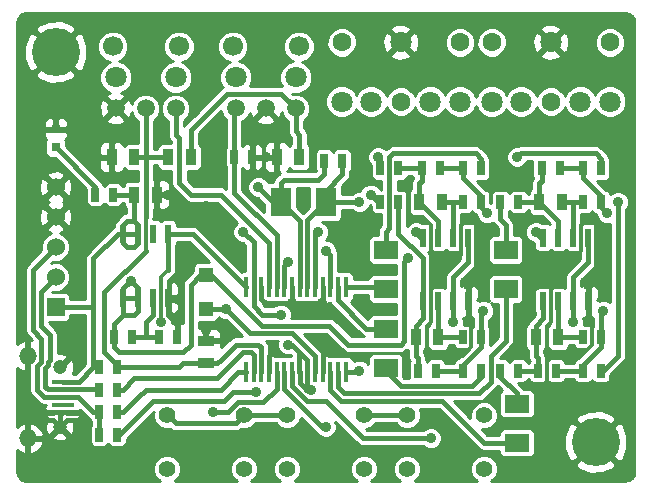
<source format=gtl>
G04 (created by PCBNEW (2013-05-16 BZR 4016)-stable) date 11/18/2013 1:12:51 AM*
%MOIN*%
G04 Gerber Fmt 3.4, Leading zero omitted, Abs format*
%FSLAX34Y34*%
G01*
G70*
G90*
G04 APERTURE LIST*
%ADD10C,0.00590551*%
%ADD11C,0.0551*%
%ADD12R,0.06X0.06*%
%ADD13C,0.06*%
%ADD14C,0.0709*%
%ADD15C,0.063*%
%ADD16R,0.025X0.045*%
%ADD17R,0.035X0.055*%
%ADD18C,0.0669291*%
%ADD19C,0.0708661*%
%ADD20C,0.0590551*%
%ADD21R,0.0708661X0.0944882*%
%ADD22C,0.16*%
%ADD23R,0.08X0.06*%
%ADD24R,0.055X0.035*%
%ADD25R,0.015748X0.0669291*%
%ADD26R,0.0216535X0.0590551*%
%ADD27R,0.0472441X0.0472441*%
%ADD28R,0.0314X0.0314*%
%ADD29O,0.0590551X0.0590551*%
%ADD30C,0.0472441*%
%ADD31R,0.0728346X0.015748*%
%ADD32C,0.035*%
%ADD33C,0.015748*%
%ADD34C,0.012*%
%ADD35C,0.01*%
G04 APERTURE END LIST*
G54D10*
G54D11*
X58220Y-50386D03*
X58220Y-48614D03*
X60780Y-50386D03*
X60780Y-48614D03*
X54220Y-50386D03*
X54220Y-48614D03*
X56780Y-50386D03*
X56780Y-48614D03*
X50220Y-50386D03*
X50220Y-48614D03*
X52780Y-50386D03*
X52780Y-48614D03*
G54D12*
X46500Y-45000D03*
G54D13*
X46500Y-44000D03*
X46500Y-43000D03*
X46500Y-42000D03*
X46500Y-41000D03*
G54D14*
X58000Y-36181D03*
X56031Y-38150D03*
X57016Y-38150D03*
X58984Y-38150D03*
X59969Y-38150D03*
G54D15*
X58000Y-38150D03*
X56031Y-36181D03*
X59969Y-36181D03*
G54D14*
X63000Y-36181D03*
X61031Y-38150D03*
X62016Y-38150D03*
X63984Y-38150D03*
X64969Y-38150D03*
G54D15*
X63000Y-38150D03*
X61031Y-36181D03*
X64969Y-36181D03*
G54D16*
X57925Y-40375D03*
X57325Y-40375D03*
X47950Y-47750D03*
X48550Y-47750D03*
X61925Y-47125D03*
X61325Y-47125D03*
X61925Y-41500D03*
X61325Y-41500D03*
X47950Y-49250D03*
X48550Y-49250D03*
X48425Y-41250D03*
X47825Y-41250D03*
X47950Y-48500D03*
X48550Y-48500D03*
X47950Y-47000D03*
X48550Y-47000D03*
X57925Y-41500D03*
X57325Y-41500D03*
G54D17*
X54625Y-40000D03*
X53875Y-40000D03*
X49125Y-40000D03*
X48375Y-40000D03*
X59250Y-46000D03*
X58500Y-46000D03*
X59375Y-41500D03*
X58625Y-41500D03*
X63375Y-41500D03*
X62625Y-41500D03*
X63250Y-46000D03*
X62500Y-46000D03*
G54D16*
X52450Y-40000D03*
X53050Y-40000D03*
G54D18*
X52397Y-36314D03*
X54602Y-36314D03*
G54D19*
X52500Y-37342D03*
X54500Y-37342D03*
G54D20*
X52500Y-38377D03*
X54500Y-38377D03*
X53500Y-38377D03*
G54D18*
X48397Y-36314D03*
X50602Y-36314D03*
G54D19*
X48500Y-37342D03*
X50500Y-37342D03*
G54D20*
X48500Y-38377D03*
X50500Y-38377D03*
X49500Y-38377D03*
G54D21*
X54001Y-41500D03*
X55498Y-41500D03*
G54D22*
X46500Y-36500D03*
X64500Y-49500D03*
G54D23*
X57500Y-45725D03*
X57500Y-47025D03*
X61500Y-44400D03*
X61500Y-43100D03*
X61875Y-49525D03*
X61875Y-48225D03*
G54D16*
X60675Y-40375D03*
X60075Y-40375D03*
X60675Y-47125D03*
X60075Y-47125D03*
X60675Y-41500D03*
X60075Y-41500D03*
X60675Y-46000D03*
X60075Y-46000D03*
X64675Y-47125D03*
X64075Y-47125D03*
X59175Y-47125D03*
X58575Y-47125D03*
X59300Y-40375D03*
X58700Y-40375D03*
X63300Y-40375D03*
X62700Y-40375D03*
X63175Y-47125D03*
X62575Y-47125D03*
X64675Y-40375D03*
X64075Y-40375D03*
X64675Y-41500D03*
X64075Y-41500D03*
X64675Y-46000D03*
X64075Y-46000D03*
X50550Y-46000D03*
X49950Y-46000D03*
X49050Y-46000D03*
X48450Y-46000D03*
X55450Y-40125D03*
X56050Y-40125D03*
G54D17*
X49125Y-41250D03*
X49875Y-41250D03*
G54D24*
X51500Y-46875D03*
X51500Y-46125D03*
G54D25*
X52836Y-47167D03*
X53092Y-47167D03*
X53348Y-47167D03*
X53604Y-47167D03*
X53860Y-47167D03*
X54116Y-47167D03*
X54372Y-47167D03*
X54627Y-47167D03*
X54883Y-47167D03*
X55139Y-47167D03*
X55395Y-47167D03*
X55651Y-47167D03*
X55907Y-47167D03*
X56163Y-47167D03*
X56163Y-44332D03*
X55907Y-44332D03*
X55651Y-44332D03*
X55395Y-44332D03*
X55139Y-44332D03*
X54883Y-44332D03*
X54627Y-44332D03*
X54372Y-44332D03*
X54116Y-44332D03*
X53860Y-44332D03*
X53604Y-44332D03*
X53348Y-44332D03*
X53092Y-44332D03*
X52836Y-44332D03*
G54D26*
X48750Y-42562D03*
X49250Y-42562D03*
X49750Y-42562D03*
X50250Y-42562D03*
X50250Y-44687D03*
X49750Y-44687D03*
X49250Y-44687D03*
X48750Y-44687D03*
X62750Y-42687D03*
X63250Y-42687D03*
X63750Y-42687D03*
X64250Y-42687D03*
X64250Y-44812D03*
X63750Y-44812D03*
X63250Y-44812D03*
X62750Y-44812D03*
X58750Y-42687D03*
X59250Y-42687D03*
X59750Y-42687D03*
X60250Y-42687D03*
X60250Y-44812D03*
X59750Y-44812D03*
X59250Y-44812D03*
X58750Y-44812D03*
G54D27*
X51500Y-43929D03*
X51500Y-45070D03*
G54D17*
X50250Y-40000D03*
X51000Y-40000D03*
G54D28*
X46500Y-39670D03*
X46500Y-39080D03*
G54D23*
X57500Y-44400D03*
X57500Y-43100D03*
G54D29*
X45570Y-46622D03*
X45570Y-49377D03*
G54D30*
X46633Y-47015D03*
X46633Y-48984D03*
G54D31*
X46732Y-48000D03*
X46732Y-47744D03*
X46732Y-47488D03*
X46732Y-48255D03*
X46732Y-48511D03*
G54D32*
X63000Y-39125D03*
X60500Y-37000D03*
X58000Y-39125D03*
X53500Y-50000D03*
X53500Y-49000D03*
X47000Y-50000D03*
X48000Y-50000D03*
X49000Y-50000D03*
X53500Y-37375D03*
X53500Y-36375D03*
X50250Y-41250D03*
X47500Y-40000D03*
X57500Y-50000D03*
X59500Y-49000D03*
X57500Y-49000D03*
X60125Y-48250D03*
X63625Y-46625D03*
X59625Y-46625D03*
X61125Y-45875D03*
X61750Y-46500D03*
X62250Y-43750D03*
X57125Y-42250D03*
X58250Y-40875D03*
X63750Y-43375D03*
X59750Y-43375D03*
X64250Y-44250D03*
X60250Y-44250D03*
X50625Y-44750D03*
X55500Y-46500D03*
X53750Y-46500D03*
X55375Y-44875D03*
X54375Y-44875D03*
X64500Y-37000D03*
X62500Y-37000D03*
X63500Y-37000D03*
X65250Y-41000D03*
X65250Y-39750D03*
X64750Y-43500D03*
X46000Y-38000D03*
X47000Y-38000D03*
X64000Y-48000D03*
X63000Y-49000D03*
X63000Y-48000D03*
X65000Y-48000D03*
X63000Y-50000D03*
X49500Y-36250D03*
X49500Y-37375D03*
X56750Y-44875D03*
X51875Y-40375D03*
X54750Y-41500D03*
X57125Y-43750D03*
X51500Y-45750D03*
X53500Y-40000D03*
X58500Y-37000D03*
X57500Y-37000D03*
X56500Y-37000D03*
X55500Y-37000D03*
X59500Y-37000D03*
X61500Y-37000D03*
X51500Y-41625D03*
X57000Y-41250D03*
X65250Y-41500D03*
X61875Y-40000D03*
X64750Y-45125D03*
X64875Y-41875D03*
X58250Y-43375D03*
X62500Y-42500D03*
X58500Y-42500D03*
X49000Y-44125D03*
X52175Y-45075D03*
X60750Y-45125D03*
X60875Y-41875D03*
X59000Y-49375D03*
X51750Y-48500D03*
X55500Y-49000D03*
X50000Y-45500D03*
X55000Y-47750D03*
X53175Y-47825D03*
X54250Y-46250D03*
X54000Y-45250D03*
X52750Y-42500D03*
X63750Y-45500D03*
X59750Y-45500D03*
X56625Y-47125D03*
X54250Y-43500D03*
X55250Y-42500D03*
X55500Y-43125D03*
X53250Y-41000D03*
X56625Y-41500D03*
X57250Y-40000D03*
G54D33*
X46633Y-48984D02*
X46633Y-48610D01*
X46633Y-48610D02*
X46732Y-48511D01*
X46250Y-48750D02*
X46125Y-48625D01*
X46125Y-48625D02*
X46125Y-48500D01*
X46125Y-48500D02*
X46136Y-48511D01*
X46136Y-48511D02*
X46732Y-48511D01*
X47375Y-48625D02*
X47261Y-48511D01*
X47261Y-48511D02*
X46732Y-48511D01*
X46399Y-48750D02*
X46250Y-48750D01*
X46399Y-48750D02*
X46633Y-48984D01*
X47375Y-48625D02*
X47250Y-48750D01*
X47250Y-48750D02*
X47000Y-48750D01*
X47000Y-48750D02*
X46868Y-48750D01*
X46868Y-48750D02*
X46633Y-48984D01*
X50250Y-41250D02*
X49875Y-41250D01*
X47500Y-40000D02*
X48375Y-40000D01*
X46500Y-38000D02*
X46500Y-39080D01*
G54D34*
X63625Y-46625D02*
X63750Y-46750D01*
X63750Y-46750D02*
X63750Y-46875D01*
X62875Y-46500D02*
X62875Y-47875D01*
X62875Y-47875D02*
X63000Y-48000D01*
X62875Y-45625D02*
X62875Y-46500D01*
X62875Y-46500D02*
X63000Y-46625D01*
X63000Y-46625D02*
X63500Y-46625D01*
X63500Y-46625D02*
X64000Y-46625D01*
X64000Y-46625D02*
X64375Y-46250D01*
X64375Y-46250D02*
X64375Y-45625D01*
X64375Y-45625D02*
X64250Y-45500D01*
X64250Y-45500D02*
X64250Y-44812D01*
X63750Y-43375D02*
X63000Y-44125D01*
X63000Y-44125D02*
X63000Y-45500D01*
X63000Y-45500D02*
X62875Y-45625D01*
X59000Y-43250D02*
X59000Y-45375D01*
X59000Y-45375D02*
X59000Y-45500D01*
X59000Y-45500D02*
X58875Y-45625D01*
X58875Y-45625D02*
X58875Y-46500D01*
X58875Y-46500D02*
X59000Y-46625D01*
X59000Y-46625D02*
X59625Y-46625D01*
X59625Y-46625D02*
X60067Y-46625D01*
X60067Y-46625D02*
X60346Y-46346D01*
X60346Y-46346D02*
X60346Y-45596D01*
X60346Y-45596D02*
X60250Y-45500D01*
X60250Y-45500D02*
X60250Y-44812D01*
X60500Y-43625D02*
X60625Y-43750D01*
X60625Y-43750D02*
X62250Y-43750D01*
X58250Y-42125D02*
X58250Y-40875D01*
X59125Y-43375D02*
X59000Y-43250D01*
X59000Y-43250D02*
X59000Y-43000D01*
X59000Y-43000D02*
X59000Y-42250D01*
X59000Y-42250D02*
X58875Y-42125D01*
X58875Y-42125D02*
X58250Y-42125D01*
X59125Y-43375D02*
X59750Y-43375D01*
X63750Y-43375D02*
X64000Y-43125D01*
X64500Y-44000D02*
X64250Y-44250D01*
X64500Y-42250D02*
X64500Y-44000D01*
X64375Y-42125D02*
X64500Y-42250D01*
X64125Y-42125D02*
X64375Y-42125D01*
X64000Y-42250D02*
X64125Y-42125D01*
X64000Y-43125D02*
X64000Y-42250D01*
X59750Y-43375D02*
X59875Y-43375D01*
X59875Y-43375D02*
X60000Y-43250D01*
X60000Y-43250D02*
X60000Y-42250D01*
X60000Y-42250D02*
X60125Y-42125D01*
X60125Y-42125D02*
X60375Y-42125D01*
X60375Y-42125D02*
X60500Y-42250D01*
X60500Y-42250D02*
X60500Y-43625D01*
X60500Y-43625D02*
X60500Y-44000D01*
X60500Y-44000D02*
X60250Y-44250D01*
G54D33*
X64250Y-44812D02*
X64250Y-44250D01*
X60250Y-44812D02*
X60250Y-44250D01*
X50250Y-44687D02*
X50312Y-44750D01*
X50312Y-44750D02*
X50625Y-44750D01*
X50550Y-45550D02*
X50250Y-45250D01*
X50550Y-46000D02*
X50550Y-45550D01*
X50250Y-45250D02*
X50250Y-44687D01*
X55395Y-47167D02*
X55395Y-46604D01*
X55395Y-46604D02*
X55500Y-46500D01*
X53750Y-46500D02*
X53604Y-46645D01*
X53604Y-46645D02*
X53604Y-47167D01*
X55375Y-44875D02*
X55395Y-44854D01*
X54375Y-44875D02*
X55375Y-44875D01*
X55395Y-44854D02*
X55395Y-44332D01*
X54372Y-44332D02*
X54375Y-44335D01*
X54375Y-44335D02*
X54375Y-44875D01*
X53500Y-44875D02*
X53348Y-44723D01*
X53625Y-44875D02*
X53500Y-44875D01*
X54375Y-44875D02*
X53625Y-44875D01*
X53348Y-44723D02*
X53348Y-44332D01*
X65250Y-39750D02*
X65250Y-41000D01*
X47000Y-38000D02*
X46500Y-38000D01*
X46500Y-38000D02*
X46000Y-38000D01*
X65000Y-48000D02*
X64000Y-48000D01*
X53875Y-40000D02*
X53500Y-40000D01*
X48500Y-38375D02*
X48500Y-38377D01*
X51500Y-45750D02*
X51500Y-46125D01*
X53050Y-40000D02*
X53500Y-40000D01*
X63250Y-42687D02*
X63250Y-42125D01*
X63250Y-42125D02*
X62625Y-41500D01*
X61925Y-41500D02*
X62625Y-41500D01*
X62625Y-41500D02*
X62625Y-40875D01*
X62700Y-40800D02*
X62700Y-40375D01*
X62625Y-40875D02*
X62700Y-40800D01*
X57325Y-41500D02*
X57250Y-41500D01*
X57250Y-41500D02*
X57000Y-41250D01*
X52000Y-41250D02*
X53604Y-42854D01*
X50625Y-40875D02*
X50625Y-39375D01*
X50625Y-39375D02*
X50500Y-39250D01*
X50500Y-38377D02*
X50500Y-39250D01*
X52000Y-41250D02*
X51000Y-41250D01*
X51000Y-41250D02*
X50625Y-40875D01*
X53604Y-42854D02*
X53604Y-44332D01*
X64750Y-47125D02*
X64675Y-47125D01*
X65250Y-46625D02*
X64750Y-47125D01*
X65250Y-41500D02*
X65250Y-46625D01*
X64500Y-39875D02*
X62000Y-39875D01*
X64675Y-40050D02*
X64500Y-39875D01*
X64675Y-40375D02*
X64675Y-40050D01*
X62000Y-39875D02*
X61875Y-40000D01*
X64675Y-46000D02*
X64675Y-45200D01*
X64675Y-45200D02*
X64750Y-45125D01*
X64075Y-47125D02*
X64075Y-46925D01*
X64075Y-46925D02*
X64675Y-46325D01*
X64675Y-46325D02*
X64675Y-46000D01*
X63175Y-47125D02*
X64075Y-47125D01*
X64675Y-41675D02*
X64675Y-41500D01*
X64875Y-41875D02*
X64675Y-41675D01*
X64675Y-41500D02*
X64675Y-41300D01*
X64075Y-40700D02*
X64075Y-40375D01*
X64675Y-41300D02*
X64075Y-40700D01*
X63300Y-40375D02*
X64075Y-40375D01*
X51000Y-46250D02*
X51000Y-44250D01*
X48450Y-46325D02*
X48625Y-46500D01*
X50750Y-46500D02*
X51000Y-46250D01*
X48625Y-46500D02*
X50750Y-46500D01*
X48450Y-46000D02*
X48450Y-46325D01*
X51320Y-43929D02*
X51500Y-43929D01*
X51000Y-44250D02*
X51320Y-43929D01*
X51500Y-43929D02*
X51679Y-43929D01*
X51679Y-43929D02*
X53375Y-45625D01*
X58125Y-45000D02*
X58125Y-43500D01*
X58125Y-43500D02*
X58250Y-43375D01*
X58125Y-45000D02*
X58125Y-46125D01*
X56250Y-46250D02*
X55625Y-45625D01*
X58000Y-46250D02*
X56250Y-46250D01*
X58125Y-46125D02*
X58000Y-46250D01*
X53375Y-45625D02*
X55625Y-45625D01*
X62750Y-42687D02*
X62687Y-42687D01*
X62687Y-42687D02*
X62500Y-42500D01*
X58500Y-42500D02*
X58687Y-42687D01*
X58687Y-42687D02*
X58750Y-42687D01*
X49250Y-44687D02*
X49250Y-44375D01*
X49250Y-44375D02*
X49000Y-44125D01*
X48750Y-44687D02*
X48750Y-44375D01*
X48750Y-44375D02*
X49000Y-44125D01*
X48750Y-44687D02*
X49250Y-44687D01*
X48750Y-45250D02*
X49125Y-45250D01*
X49125Y-45250D02*
X49250Y-45125D01*
X49250Y-45125D02*
X49250Y-44687D01*
X48450Y-45550D02*
X48750Y-45250D01*
X48450Y-46000D02*
X48450Y-45550D01*
X48750Y-45250D02*
X48750Y-44687D01*
X63750Y-42687D02*
X63750Y-41500D01*
X63750Y-41500D02*
X64075Y-41500D01*
X63375Y-41500D02*
X63750Y-41500D01*
X49750Y-44687D02*
X49750Y-45250D01*
X49500Y-45500D02*
X49500Y-46000D01*
X49750Y-45250D02*
X49500Y-45500D01*
X49050Y-46000D02*
X49500Y-46000D01*
X49500Y-46000D02*
X49950Y-46000D01*
X52975Y-45875D02*
X54375Y-45875D01*
X55139Y-47167D02*
X55139Y-46639D01*
X54375Y-45875D02*
X55139Y-46639D01*
X52975Y-45875D02*
X52175Y-45075D01*
X51500Y-45070D02*
X52170Y-45070D01*
X52170Y-45070D02*
X52175Y-45075D01*
X59250Y-46000D02*
X59250Y-44812D01*
X60075Y-46000D02*
X59250Y-46000D01*
X58750Y-43375D02*
X57925Y-42550D01*
X58750Y-44812D02*
X58750Y-43375D01*
X57925Y-42550D02*
X57925Y-41500D01*
X58500Y-45625D02*
X58750Y-45375D01*
X58500Y-46000D02*
X58500Y-45625D01*
X58750Y-45375D02*
X58750Y-44812D01*
X58575Y-47125D02*
X58575Y-46700D01*
X58500Y-46625D02*
X58500Y-46000D01*
X58575Y-46700D02*
X58500Y-46625D01*
X59750Y-41500D02*
X59750Y-42687D01*
X59375Y-41500D02*
X59750Y-41500D01*
X59750Y-41500D02*
X60075Y-41500D01*
X58625Y-41500D02*
X59250Y-42125D01*
X59250Y-42125D02*
X59250Y-42687D01*
X57925Y-40375D02*
X58700Y-40375D01*
X58625Y-41500D02*
X58625Y-40875D01*
X58700Y-40800D02*
X58700Y-40375D01*
X58625Y-40875D02*
X58700Y-40800D01*
X60675Y-46000D02*
X60675Y-45200D01*
X60675Y-45200D02*
X60750Y-45125D01*
X59175Y-47125D02*
X60075Y-47125D01*
X60075Y-47125D02*
X60075Y-46925D01*
X60675Y-46325D02*
X60675Y-46000D01*
X60075Y-46925D02*
X60675Y-46325D01*
X60675Y-41500D02*
X60675Y-41675D01*
X60675Y-41675D02*
X60875Y-41875D01*
X60675Y-41500D02*
X60675Y-41300D01*
X60075Y-40700D02*
X60075Y-40375D01*
X60675Y-41300D02*
X60075Y-40700D01*
X59300Y-40375D02*
X60075Y-40375D01*
X56850Y-45725D02*
X55907Y-44782D01*
X57500Y-45725D02*
X56850Y-45725D01*
X55907Y-44782D02*
X55907Y-44332D01*
X61325Y-47325D02*
X61325Y-47125D01*
X61875Y-47875D02*
X61325Y-47325D01*
X61875Y-48225D02*
X61875Y-47875D01*
X61875Y-48225D02*
X61875Y-48000D01*
X54875Y-48125D02*
X54372Y-47622D01*
X59000Y-49375D02*
X56750Y-49375D01*
X56750Y-49375D02*
X55500Y-48125D01*
X55500Y-48125D02*
X54875Y-48125D01*
X54372Y-47622D02*
X54372Y-47167D01*
X51750Y-48500D02*
X52250Y-48500D01*
X52575Y-48175D02*
X53425Y-48175D01*
X52575Y-48175D02*
X52250Y-48500D01*
X53860Y-47739D02*
X53860Y-47167D01*
X53425Y-48175D02*
X53860Y-47739D01*
X55375Y-49000D02*
X54116Y-47741D01*
X55375Y-49000D02*
X55500Y-49000D01*
X54116Y-47741D02*
X54116Y-47167D01*
X52836Y-44332D02*
X52832Y-44332D01*
X52832Y-44332D02*
X51062Y-42562D01*
X50250Y-42562D02*
X50250Y-43750D01*
G54D34*
X50000Y-44000D02*
X50250Y-43750D01*
X50000Y-45500D02*
X50000Y-44000D01*
G54D33*
X50250Y-42562D02*
X51062Y-42562D01*
X50500Y-48875D02*
X52519Y-48875D01*
X50220Y-48614D02*
X50239Y-48614D01*
X50239Y-48614D02*
X50437Y-48812D01*
X50437Y-48812D02*
X50500Y-48875D01*
X52519Y-48875D02*
X52780Y-48614D01*
X54220Y-48614D02*
X52780Y-48614D01*
X58220Y-48614D02*
X56780Y-48614D01*
X46732Y-48000D02*
X47250Y-48000D01*
X47750Y-48500D02*
X47950Y-48500D01*
X47250Y-48000D02*
X47750Y-48500D01*
X46125Y-48000D02*
X46633Y-48000D01*
X45875Y-47750D02*
X45875Y-46960D01*
X45750Y-45775D02*
X45750Y-43750D01*
X45875Y-47750D02*
X46125Y-48000D01*
X46500Y-43000D02*
X45750Y-43750D01*
X46025Y-46050D02*
X45750Y-45775D01*
X46000Y-46835D02*
X45875Y-46960D01*
X46000Y-46775D02*
X46000Y-46835D01*
X46025Y-46750D02*
X46000Y-46775D01*
X46025Y-46050D02*
X46025Y-46750D01*
X47950Y-48500D02*
X47950Y-49250D01*
X47825Y-41250D02*
X47825Y-40995D01*
X47825Y-40995D02*
X46500Y-39670D01*
X52125Y-48125D02*
X52425Y-47825D01*
X49750Y-48125D02*
X52125Y-48125D01*
X48625Y-49250D02*
X48550Y-49250D01*
X48625Y-49250D02*
X49750Y-48125D01*
X52425Y-47825D02*
X53175Y-47825D01*
X55000Y-47750D02*
X54834Y-47750D01*
X54834Y-47750D02*
X54792Y-47707D01*
X54625Y-46500D02*
X54625Y-47164D01*
X54625Y-47164D02*
X54627Y-47167D01*
X54792Y-47707D02*
X54627Y-47543D01*
X54627Y-47543D02*
X54627Y-47167D01*
X54627Y-47377D02*
X54627Y-47167D01*
X55000Y-47750D02*
X54883Y-47633D01*
X54883Y-47633D02*
X54883Y-47167D01*
X54375Y-46250D02*
X54625Y-46500D01*
X54375Y-46250D02*
X54250Y-46250D01*
X54625Y-46500D02*
X54883Y-46758D01*
X53092Y-44332D02*
X53092Y-44967D01*
X54000Y-45250D02*
X53375Y-45250D01*
X53375Y-45250D02*
X53092Y-44967D01*
X54883Y-46758D02*
X54883Y-47167D01*
X52750Y-42500D02*
X53092Y-42842D01*
X53092Y-42842D02*
X53092Y-44332D01*
X61325Y-41500D02*
X61325Y-42075D01*
X61500Y-42250D02*
X61500Y-43100D01*
X61325Y-42075D02*
X61500Y-42250D01*
X46732Y-47488D02*
X47261Y-47488D01*
X47261Y-47488D02*
X47750Y-47000D01*
X49125Y-42125D02*
X49125Y-41250D01*
X48425Y-41250D02*
X49125Y-41250D01*
X48750Y-42562D02*
X49250Y-42562D01*
X48750Y-42562D02*
X48750Y-42875D01*
X49250Y-42875D02*
X49250Y-42562D01*
X49125Y-43000D02*
X49250Y-42875D01*
X48875Y-43000D02*
X49125Y-43000D01*
X48750Y-42875D02*
X48875Y-43000D01*
X49250Y-42250D02*
X49250Y-42562D01*
X48750Y-42562D02*
X48750Y-42250D01*
X49125Y-42125D02*
X49250Y-42250D01*
X48875Y-42125D02*
X49000Y-42125D01*
X49000Y-42125D02*
X49125Y-42125D01*
X48750Y-42250D02*
X48875Y-42125D01*
X47750Y-43375D02*
X48562Y-42562D01*
X47750Y-45000D02*
X47750Y-43375D01*
X48562Y-42562D02*
X48750Y-42562D01*
X47750Y-47000D02*
X47750Y-45000D01*
X49250Y-42500D02*
X49250Y-42250D01*
X47750Y-47000D02*
X47950Y-47000D01*
X46500Y-45000D02*
X47750Y-45000D01*
X46732Y-47744D02*
X47944Y-47744D01*
X47944Y-47744D02*
X47950Y-47750D01*
X46653Y-47744D02*
X46244Y-47744D01*
X46294Y-45919D02*
X46275Y-45900D01*
X46275Y-45900D02*
X46000Y-45625D01*
X46000Y-45625D02*
X46000Y-44500D01*
X46000Y-44500D02*
X46500Y-44000D01*
X46294Y-46781D02*
X46294Y-45919D01*
X46250Y-46825D02*
X46294Y-46781D01*
X46250Y-46925D02*
X46250Y-46825D01*
X46150Y-47025D02*
X46250Y-46925D01*
X46150Y-47650D02*
X46150Y-47025D01*
X46244Y-47744D02*
X46150Y-47650D01*
X57500Y-44400D02*
X57432Y-44332D01*
X57432Y-44332D02*
X56163Y-44332D01*
X57450Y-44350D02*
X57500Y-44400D01*
X61875Y-49525D02*
X60775Y-49525D01*
X60775Y-49525D02*
X59375Y-48125D01*
X59375Y-48125D02*
X56000Y-48125D01*
X56000Y-48125D02*
X55651Y-47776D01*
X55651Y-47776D02*
X55651Y-47167D01*
X60625Y-47875D02*
X56125Y-47875D01*
X61500Y-46125D02*
X61000Y-46625D01*
X61000Y-46625D02*
X61000Y-47500D01*
X61500Y-44400D02*
X61500Y-46125D01*
X61000Y-47500D02*
X60625Y-47875D01*
X55907Y-47657D02*
X55907Y-47167D01*
X56125Y-47875D02*
X55907Y-47657D01*
X63750Y-44812D02*
X63750Y-45500D01*
X64250Y-42687D02*
X64250Y-43500D01*
X63750Y-44000D02*
X63750Y-44812D01*
X64250Y-43500D02*
X63750Y-44000D01*
X59750Y-44812D02*
X59750Y-45500D01*
X60250Y-42687D02*
X60250Y-43500D01*
X59750Y-44000D02*
X59750Y-44812D01*
X60250Y-43500D02*
X59750Y-44000D01*
X56163Y-47167D02*
X56582Y-47167D01*
X56582Y-47167D02*
X56625Y-47125D01*
X56600Y-47150D02*
X56625Y-47125D01*
X52000Y-47750D02*
X52582Y-47167D01*
X49250Y-48000D02*
X48750Y-48500D01*
X48550Y-48500D02*
X48750Y-48500D01*
X49500Y-47750D02*
X49250Y-48000D01*
X52000Y-47750D02*
X49500Y-47750D01*
X52582Y-47167D02*
X52836Y-47167D01*
X53000Y-46500D02*
X53092Y-46592D01*
X48550Y-47750D02*
X48750Y-47750D01*
X52750Y-46500D02*
X53000Y-46500D01*
X51875Y-47375D02*
X52750Y-46500D01*
X49125Y-47375D02*
X48750Y-47750D01*
X51875Y-47375D02*
X49125Y-47375D01*
X53092Y-46592D02*
X53092Y-47167D01*
X62500Y-46000D02*
X62500Y-45625D01*
X62750Y-45375D02*
X62750Y-44812D01*
X62500Y-45625D02*
X62750Y-45375D01*
X62575Y-47125D02*
X61925Y-47125D01*
X62575Y-47125D02*
X62575Y-46700D01*
X62500Y-46625D02*
X62500Y-46000D01*
X62575Y-46700D02*
X62500Y-46625D01*
X54250Y-43500D02*
X54116Y-43633D01*
X54116Y-43633D02*
X54116Y-44332D01*
X55250Y-42500D02*
X55139Y-42610D01*
X55139Y-42610D02*
X55139Y-44332D01*
X55500Y-43125D02*
X55651Y-43276D01*
X55651Y-43276D02*
X55651Y-44332D01*
X63250Y-44812D02*
X63250Y-46000D01*
X63250Y-46000D02*
X64075Y-46000D01*
X52450Y-41200D02*
X53860Y-42610D01*
X52450Y-40000D02*
X52450Y-41200D01*
X53860Y-42610D02*
X53860Y-44332D01*
X52450Y-40000D02*
X52450Y-38427D01*
X52450Y-38427D02*
X52500Y-38377D01*
X51000Y-40000D02*
X51000Y-39100D01*
X54022Y-37900D02*
X54500Y-38377D01*
X52200Y-37900D02*
X54022Y-37900D01*
X52200Y-37900D02*
X51000Y-39100D01*
X54625Y-40000D02*
X54625Y-39250D01*
X54500Y-39125D02*
X54500Y-38377D01*
X54625Y-39250D02*
X54500Y-39125D01*
X49500Y-40000D02*
X49500Y-38377D01*
X49500Y-40000D02*
X49500Y-42000D01*
G54D34*
X49500Y-42000D02*
X49500Y-43125D01*
G54D33*
X48125Y-44500D02*
X49500Y-43125D01*
X48550Y-46925D02*
X48550Y-47000D01*
X48550Y-46925D02*
X48125Y-46500D01*
X48125Y-44500D02*
X48125Y-46500D01*
X49125Y-40000D02*
X49500Y-40000D01*
X49500Y-40000D02*
X50250Y-40000D01*
X53250Y-46250D02*
X53348Y-46348D01*
X51875Y-46875D02*
X52000Y-46750D01*
X52000Y-46750D02*
X52500Y-46250D01*
X52500Y-46250D02*
X53250Y-46250D01*
X51500Y-46875D02*
X51875Y-46875D01*
X53348Y-46348D02*
X53348Y-47167D01*
X48550Y-47000D02*
X50625Y-47000D01*
X50625Y-47000D02*
X50750Y-46875D01*
X50750Y-46875D02*
X51500Y-46875D01*
X54001Y-41500D02*
X54627Y-42125D01*
X54627Y-42125D02*
X54627Y-44332D01*
X54001Y-41500D02*
X54001Y-40873D01*
X55450Y-40550D02*
X55450Y-40125D01*
X55250Y-40750D02*
X55450Y-40550D01*
X54125Y-40750D02*
X55250Y-40750D01*
X54001Y-40873D02*
X54125Y-40750D01*
X54001Y-41500D02*
X53750Y-41500D01*
X53750Y-41500D02*
X53250Y-41000D01*
X54001Y-41751D02*
X54001Y-41500D01*
X56625Y-41500D02*
X55498Y-41500D01*
X55498Y-41500D02*
X54883Y-42114D01*
X54883Y-42114D02*
X54883Y-44332D01*
X55498Y-41500D02*
X55498Y-41126D01*
X56050Y-40575D02*
X56050Y-40125D01*
X55498Y-41126D02*
X56050Y-40575D01*
X57500Y-47025D02*
X57500Y-47125D01*
X60675Y-47325D02*
X60675Y-47125D01*
X60361Y-47638D02*
X60675Y-47325D01*
X58013Y-47638D02*
X60361Y-47638D01*
X57500Y-47125D02*
X58013Y-47638D01*
X57325Y-40075D02*
X57325Y-40375D01*
X57250Y-40000D02*
X57325Y-40075D01*
X57750Y-39875D02*
X60500Y-39875D01*
X60500Y-39875D02*
X60675Y-40050D01*
X60675Y-40375D02*
X60675Y-40050D01*
X57625Y-40000D02*
X57750Y-39875D01*
X57500Y-42500D02*
X57500Y-43100D01*
X57500Y-42500D02*
X57625Y-42375D01*
X57625Y-42375D02*
X57625Y-40000D01*
G54D10*
G36*
X47481Y-46888D02*
X47150Y-47219D01*
X47096Y-47219D01*
X47077Y-47219D01*
X47125Y-47082D01*
X47113Y-46889D01*
X47062Y-46766D01*
X46973Y-46746D01*
X46704Y-47015D01*
X46710Y-47021D01*
X46639Y-47092D01*
X46633Y-47086D01*
X46628Y-47092D01*
X46557Y-47021D01*
X46563Y-47015D01*
X46557Y-47010D01*
X46628Y-46939D01*
X46633Y-46945D01*
X46902Y-46676D01*
X46883Y-46587D01*
X46700Y-46524D01*
X46562Y-46532D01*
X46562Y-45919D01*
X46562Y-45918D01*
X46542Y-45816D01*
X46484Y-45728D01*
X46484Y-45728D01*
X46465Y-45709D01*
X46268Y-45513D01*
X46268Y-45490D01*
X46837Y-45490D01*
X46907Y-45461D01*
X46960Y-45407D01*
X46989Y-45337D01*
X46990Y-45268D01*
X47481Y-45268D01*
X47481Y-46888D01*
X47481Y-46888D01*
G37*
G54D35*
X47481Y-46888D02*
X47150Y-47219D01*
X47096Y-47219D01*
X47077Y-47219D01*
X47125Y-47082D01*
X47113Y-46889D01*
X47062Y-46766D01*
X46973Y-46746D01*
X46704Y-47015D01*
X46710Y-47021D01*
X46639Y-47092D01*
X46633Y-47086D01*
X46628Y-47092D01*
X46557Y-47021D01*
X46563Y-47015D01*
X46557Y-47010D01*
X46628Y-46939D01*
X46633Y-46945D01*
X46902Y-46676D01*
X46883Y-46587D01*
X46700Y-46524D01*
X46562Y-46532D01*
X46562Y-45919D01*
X46562Y-45918D01*
X46542Y-45816D01*
X46484Y-45728D01*
X46484Y-45728D01*
X46465Y-45709D01*
X46268Y-45513D01*
X46268Y-45490D01*
X46837Y-45490D01*
X46907Y-45461D01*
X46960Y-45407D01*
X46989Y-45337D01*
X46990Y-45268D01*
X47481Y-45268D01*
X47481Y-46888D01*
G54D10*
G36*
X51622Y-43502D02*
X51226Y-43502D01*
X51156Y-43531D01*
X51102Y-43585D01*
X51073Y-43654D01*
X51073Y-43730D01*
X51073Y-43796D01*
X50809Y-44059D01*
X50751Y-44147D01*
X50731Y-44250D01*
X50731Y-45527D01*
X50724Y-45524D01*
X50662Y-45525D01*
X50608Y-45579D01*
X50608Y-44933D01*
X50608Y-44442D01*
X50608Y-44342D01*
X50570Y-44250D01*
X50499Y-44180D01*
X50407Y-44142D01*
X50362Y-44142D01*
X50300Y-44205D01*
X50300Y-44637D01*
X50545Y-44637D01*
X50608Y-44575D01*
X50608Y-44442D01*
X50608Y-44933D01*
X50608Y-44800D01*
X50545Y-44737D01*
X50300Y-44737D01*
X50300Y-45170D01*
X50362Y-45233D01*
X50407Y-45233D01*
X50499Y-45195D01*
X50570Y-45125D01*
X50608Y-45033D01*
X50608Y-44933D01*
X50608Y-45579D01*
X50600Y-45587D01*
X50600Y-45950D01*
X50607Y-45950D01*
X50607Y-46050D01*
X50600Y-46050D01*
X50600Y-46057D01*
X50500Y-46057D01*
X50500Y-46050D01*
X50492Y-46050D01*
X50492Y-45950D01*
X50500Y-45950D01*
X50500Y-45587D01*
X50437Y-45525D01*
X50375Y-45524D01*
X50364Y-45529D01*
X50365Y-45427D01*
X50309Y-45293D01*
X50250Y-45233D01*
X50250Y-44103D01*
X50360Y-43993D01*
X50440Y-43940D01*
X50498Y-43852D01*
X50518Y-43750D01*
X50518Y-42965D01*
X50519Y-42965D01*
X50548Y-42895D01*
X50548Y-42830D01*
X50950Y-42830D01*
X51622Y-43502D01*
X51622Y-43502D01*
G37*
G54D35*
X51622Y-43502D02*
X51226Y-43502D01*
X51156Y-43531D01*
X51102Y-43585D01*
X51073Y-43654D01*
X51073Y-43730D01*
X51073Y-43796D01*
X50809Y-44059D01*
X50751Y-44147D01*
X50731Y-44250D01*
X50731Y-45527D01*
X50724Y-45524D01*
X50662Y-45525D01*
X50608Y-45579D01*
X50608Y-44933D01*
X50608Y-44442D01*
X50608Y-44342D01*
X50570Y-44250D01*
X50499Y-44180D01*
X50407Y-44142D01*
X50362Y-44142D01*
X50300Y-44205D01*
X50300Y-44637D01*
X50545Y-44637D01*
X50608Y-44575D01*
X50608Y-44442D01*
X50608Y-44933D01*
X50608Y-44800D01*
X50545Y-44737D01*
X50300Y-44737D01*
X50300Y-45170D01*
X50362Y-45233D01*
X50407Y-45233D01*
X50499Y-45195D01*
X50570Y-45125D01*
X50608Y-45033D01*
X50608Y-44933D01*
X50608Y-45579D01*
X50600Y-45587D01*
X50600Y-45950D01*
X50607Y-45950D01*
X50607Y-46050D01*
X50600Y-46050D01*
X50600Y-46057D01*
X50500Y-46057D01*
X50500Y-46050D01*
X50492Y-46050D01*
X50492Y-45950D01*
X50500Y-45950D01*
X50500Y-45587D01*
X50437Y-45525D01*
X50375Y-45524D01*
X50364Y-45529D01*
X50365Y-45427D01*
X50309Y-45293D01*
X50250Y-45233D01*
X50250Y-44103D01*
X50360Y-43993D01*
X50440Y-43940D01*
X50498Y-43852D01*
X50518Y-43750D01*
X50518Y-42965D01*
X50519Y-42965D01*
X50548Y-42895D01*
X50548Y-42830D01*
X50950Y-42830D01*
X51622Y-43502D01*
G54D10*
G36*
X52181Y-41054D02*
X52102Y-41001D01*
X52000Y-40981D01*
X51111Y-40981D01*
X50893Y-40763D01*
X50893Y-40465D01*
X51212Y-40465D01*
X51282Y-40436D01*
X51335Y-40382D01*
X51364Y-40312D01*
X51365Y-40237D01*
X51365Y-39687D01*
X51336Y-39617D01*
X51282Y-39564D01*
X51268Y-39558D01*
X51268Y-39211D01*
X52014Y-38465D01*
X52014Y-38474D01*
X52088Y-38652D01*
X52181Y-38745D01*
X52181Y-39650D01*
X52164Y-39667D01*
X52135Y-39737D01*
X52134Y-39812D01*
X52134Y-40262D01*
X52163Y-40332D01*
X52181Y-40349D01*
X52181Y-41054D01*
X52181Y-41054D01*
G37*
G54D35*
X52181Y-41054D02*
X52102Y-41001D01*
X52000Y-40981D01*
X51111Y-40981D01*
X50893Y-40763D01*
X50893Y-40465D01*
X51212Y-40465D01*
X51282Y-40436D01*
X51335Y-40382D01*
X51364Y-40312D01*
X51365Y-40237D01*
X51365Y-39687D01*
X51336Y-39617D01*
X51282Y-39564D01*
X51268Y-39558D01*
X51268Y-39211D01*
X52014Y-38465D01*
X52014Y-38474D01*
X52088Y-38652D01*
X52181Y-38745D01*
X52181Y-39650D01*
X52164Y-39667D01*
X52135Y-39737D01*
X52134Y-39812D01*
X52134Y-40262D01*
X52163Y-40332D01*
X52181Y-40349D01*
X52181Y-41054D01*
G54D10*
G36*
X52701Y-45981D02*
X52500Y-45981D01*
X52397Y-46001D01*
X52309Y-46059D01*
X52025Y-46344D01*
X52025Y-45900D01*
X51987Y-45808D01*
X51916Y-45738D01*
X51824Y-45700D01*
X51725Y-45699D01*
X51612Y-45700D01*
X51550Y-45762D01*
X51550Y-46075D01*
X51962Y-46075D01*
X52025Y-46012D01*
X52025Y-45900D01*
X52025Y-46344D01*
X52025Y-46344D01*
X52025Y-46237D01*
X51962Y-46175D01*
X51550Y-46175D01*
X51550Y-46182D01*
X51450Y-46182D01*
X51450Y-46175D01*
X51442Y-46175D01*
X51442Y-46075D01*
X51450Y-46075D01*
X51450Y-45762D01*
X51387Y-45700D01*
X51274Y-45699D01*
X51268Y-45699D01*
X51268Y-45497D01*
X51301Y-45497D01*
X51773Y-45497D01*
X51843Y-45468D01*
X51897Y-45414D01*
X51926Y-45345D01*
X51926Y-45342D01*
X51967Y-45384D01*
X52102Y-45439D01*
X52159Y-45439D01*
X52701Y-45981D01*
X52701Y-45981D01*
G37*
G54D35*
X52701Y-45981D02*
X52500Y-45981D01*
X52397Y-46001D01*
X52309Y-46059D01*
X52025Y-46344D01*
X52025Y-45900D01*
X51987Y-45808D01*
X51916Y-45738D01*
X51824Y-45700D01*
X51725Y-45699D01*
X51612Y-45700D01*
X51550Y-45762D01*
X51550Y-46075D01*
X51962Y-46075D01*
X52025Y-46012D01*
X52025Y-45900D01*
X52025Y-46344D01*
X52025Y-46344D01*
X52025Y-46237D01*
X51962Y-46175D01*
X51550Y-46175D01*
X51550Y-46182D01*
X51450Y-46182D01*
X51450Y-46175D01*
X51442Y-46175D01*
X51442Y-46075D01*
X51450Y-46075D01*
X51450Y-45762D01*
X51387Y-45700D01*
X51274Y-45699D01*
X51268Y-45699D01*
X51268Y-45497D01*
X51301Y-45497D01*
X51773Y-45497D01*
X51843Y-45468D01*
X51897Y-45414D01*
X51926Y-45345D01*
X51926Y-45342D01*
X51967Y-45384D01*
X52102Y-45439D01*
X52159Y-45439D01*
X52701Y-45981D01*
G54D10*
G36*
X52823Y-43807D02*
X52720Y-43807D01*
X52697Y-43817D01*
X51252Y-42371D01*
X51164Y-42313D01*
X51062Y-42293D01*
X50548Y-42293D01*
X50548Y-42229D01*
X50519Y-42159D01*
X50466Y-42105D01*
X50396Y-42076D01*
X50320Y-42076D01*
X50300Y-42076D01*
X50300Y-41475D01*
X50300Y-41024D01*
X50299Y-40925D01*
X50261Y-40833D01*
X50191Y-40762D01*
X50099Y-40724D01*
X49987Y-40725D01*
X49925Y-40787D01*
X49925Y-41200D01*
X50237Y-41200D01*
X50300Y-41137D01*
X50300Y-41024D01*
X50300Y-41475D01*
X50300Y-41362D01*
X50237Y-41300D01*
X49925Y-41300D01*
X49925Y-41712D01*
X49987Y-41775D01*
X50099Y-41775D01*
X50191Y-41737D01*
X50261Y-41666D01*
X50299Y-41574D01*
X50300Y-41475D01*
X50300Y-42076D01*
X50104Y-42076D01*
X50034Y-42105D01*
X49999Y-42139D01*
X49966Y-42105D01*
X49896Y-42076D01*
X49820Y-42076D01*
X49753Y-42076D01*
X49768Y-42000D01*
X49768Y-41768D01*
X49825Y-41712D01*
X49825Y-41300D01*
X49817Y-41300D01*
X49817Y-41200D01*
X49825Y-41200D01*
X49825Y-40787D01*
X49768Y-40731D01*
X49768Y-40268D01*
X49884Y-40268D01*
X49884Y-40312D01*
X49913Y-40382D01*
X49967Y-40435D01*
X50037Y-40464D01*
X50112Y-40465D01*
X50356Y-40465D01*
X50356Y-40875D01*
X50376Y-40977D01*
X50434Y-41065D01*
X50809Y-41440D01*
X50897Y-41498D01*
X51000Y-41518D01*
X51888Y-41518D01*
X52555Y-42185D01*
X52543Y-42190D01*
X52440Y-42292D01*
X52385Y-42427D01*
X52384Y-42572D01*
X52440Y-42706D01*
X52542Y-42809D01*
X52677Y-42864D01*
X52734Y-42864D01*
X52823Y-42953D01*
X52823Y-43807D01*
X52823Y-43807D01*
G37*
G54D35*
X52823Y-43807D02*
X52720Y-43807D01*
X52697Y-43817D01*
X51252Y-42371D01*
X51164Y-42313D01*
X51062Y-42293D01*
X50548Y-42293D01*
X50548Y-42229D01*
X50519Y-42159D01*
X50466Y-42105D01*
X50396Y-42076D01*
X50320Y-42076D01*
X50300Y-42076D01*
X50300Y-41475D01*
X50300Y-41024D01*
X50299Y-40925D01*
X50261Y-40833D01*
X50191Y-40762D01*
X50099Y-40724D01*
X49987Y-40725D01*
X49925Y-40787D01*
X49925Y-41200D01*
X50237Y-41200D01*
X50300Y-41137D01*
X50300Y-41024D01*
X50300Y-41475D01*
X50300Y-41362D01*
X50237Y-41300D01*
X49925Y-41300D01*
X49925Y-41712D01*
X49987Y-41775D01*
X50099Y-41775D01*
X50191Y-41737D01*
X50261Y-41666D01*
X50299Y-41574D01*
X50300Y-41475D01*
X50300Y-42076D01*
X50104Y-42076D01*
X50034Y-42105D01*
X49999Y-42139D01*
X49966Y-42105D01*
X49896Y-42076D01*
X49820Y-42076D01*
X49753Y-42076D01*
X49768Y-42000D01*
X49768Y-41768D01*
X49825Y-41712D01*
X49825Y-41300D01*
X49817Y-41300D01*
X49817Y-41200D01*
X49825Y-41200D01*
X49825Y-40787D01*
X49768Y-40731D01*
X49768Y-40268D01*
X49884Y-40268D01*
X49884Y-40312D01*
X49913Y-40382D01*
X49967Y-40435D01*
X50037Y-40464D01*
X50112Y-40465D01*
X50356Y-40465D01*
X50356Y-40875D01*
X50376Y-40977D01*
X50434Y-41065D01*
X50809Y-41440D01*
X50897Y-41498D01*
X51000Y-41518D01*
X51888Y-41518D01*
X52555Y-42185D01*
X52543Y-42190D01*
X52440Y-42292D01*
X52385Y-42427D01*
X52384Y-42572D01*
X52440Y-42706D01*
X52542Y-42809D01*
X52677Y-42864D01*
X52734Y-42864D01*
X52823Y-42953D01*
X52823Y-43807D01*
G54D10*
G36*
X54356Y-39558D02*
X54342Y-39563D01*
X54289Y-39617D01*
X54282Y-39632D01*
X54261Y-39583D01*
X54191Y-39512D01*
X54099Y-39474D01*
X53987Y-39475D01*
X53925Y-39537D01*
X53925Y-39950D01*
X53932Y-39950D01*
X53932Y-40050D01*
X53925Y-40050D01*
X53925Y-40462D01*
X53987Y-40524D01*
X53934Y-40559D01*
X53825Y-40669D01*
X53825Y-40462D01*
X53825Y-40050D01*
X53825Y-39950D01*
X53825Y-39537D01*
X53811Y-39524D01*
X53811Y-38760D01*
X53500Y-38448D01*
X53188Y-38760D01*
X53214Y-38855D01*
X53419Y-38928D01*
X53636Y-38917D01*
X53785Y-38855D01*
X53811Y-38760D01*
X53811Y-39524D01*
X53762Y-39475D01*
X53650Y-39474D01*
X53558Y-39512D01*
X53488Y-39583D01*
X53450Y-39675D01*
X53449Y-39774D01*
X53450Y-39887D01*
X53512Y-39950D01*
X53825Y-39950D01*
X53825Y-40050D01*
X53512Y-40050D01*
X53450Y-40112D01*
X53449Y-40225D01*
X53450Y-40324D01*
X53488Y-40416D01*
X53558Y-40487D01*
X53650Y-40525D01*
X53762Y-40525D01*
X53825Y-40462D01*
X53825Y-40669D01*
X53811Y-40683D01*
X53753Y-40770D01*
X53740Y-40837D01*
X53610Y-40837D01*
X53582Y-40848D01*
X53559Y-40793D01*
X53457Y-40690D01*
X53425Y-40677D01*
X53425Y-40175D01*
X53425Y-39824D01*
X53424Y-39725D01*
X53386Y-39633D01*
X53316Y-39562D01*
X53224Y-39524D01*
X53162Y-39525D01*
X53100Y-39587D01*
X53100Y-39950D01*
X53362Y-39950D01*
X53425Y-39887D01*
X53425Y-39824D01*
X53425Y-40175D01*
X53425Y-40112D01*
X53362Y-40050D01*
X53100Y-40050D01*
X53100Y-40412D01*
X53162Y-40475D01*
X53224Y-40475D01*
X53316Y-40437D01*
X53386Y-40366D01*
X53424Y-40274D01*
X53425Y-40175D01*
X53425Y-40677D01*
X53322Y-40635D01*
X53177Y-40634D01*
X53043Y-40690D01*
X52940Y-40792D01*
X52885Y-40927D01*
X52884Y-41072D01*
X52940Y-41206D01*
X53042Y-41309D01*
X53177Y-41364D01*
X53234Y-41364D01*
X53457Y-41587D01*
X53457Y-41827D01*
X52718Y-41088D01*
X52718Y-40372D01*
X52783Y-40437D01*
X52875Y-40475D01*
X52937Y-40475D01*
X53000Y-40412D01*
X53000Y-40050D01*
X52992Y-40050D01*
X52992Y-39950D01*
X53000Y-39950D01*
X53000Y-39587D01*
X52937Y-39525D01*
X52875Y-39524D01*
X52783Y-39562D01*
X52718Y-39627D01*
X52718Y-38812D01*
X52774Y-38789D01*
X52911Y-38653D01*
X52964Y-38523D01*
X53022Y-38662D01*
X53117Y-38689D01*
X53429Y-38377D01*
X53423Y-38372D01*
X53494Y-38301D01*
X53500Y-38307D01*
X53505Y-38301D01*
X53576Y-38372D01*
X53570Y-38377D01*
X53882Y-38689D01*
X53977Y-38662D01*
X54030Y-38512D01*
X54088Y-38652D01*
X54224Y-38789D01*
X54231Y-38791D01*
X54231Y-39125D01*
X54251Y-39227D01*
X54309Y-39315D01*
X54356Y-39361D01*
X54356Y-39558D01*
X54356Y-39558D01*
G37*
G54D35*
X54356Y-39558D02*
X54342Y-39563D01*
X54289Y-39617D01*
X54282Y-39632D01*
X54261Y-39583D01*
X54191Y-39512D01*
X54099Y-39474D01*
X53987Y-39475D01*
X53925Y-39537D01*
X53925Y-39950D01*
X53932Y-39950D01*
X53932Y-40050D01*
X53925Y-40050D01*
X53925Y-40462D01*
X53987Y-40524D01*
X53934Y-40559D01*
X53825Y-40669D01*
X53825Y-40462D01*
X53825Y-40050D01*
X53825Y-39950D01*
X53825Y-39537D01*
X53811Y-39524D01*
X53811Y-38760D01*
X53500Y-38448D01*
X53188Y-38760D01*
X53214Y-38855D01*
X53419Y-38928D01*
X53636Y-38917D01*
X53785Y-38855D01*
X53811Y-38760D01*
X53811Y-39524D01*
X53762Y-39475D01*
X53650Y-39474D01*
X53558Y-39512D01*
X53488Y-39583D01*
X53450Y-39675D01*
X53449Y-39774D01*
X53450Y-39887D01*
X53512Y-39950D01*
X53825Y-39950D01*
X53825Y-40050D01*
X53512Y-40050D01*
X53450Y-40112D01*
X53449Y-40225D01*
X53450Y-40324D01*
X53488Y-40416D01*
X53558Y-40487D01*
X53650Y-40525D01*
X53762Y-40525D01*
X53825Y-40462D01*
X53825Y-40669D01*
X53811Y-40683D01*
X53753Y-40770D01*
X53740Y-40837D01*
X53610Y-40837D01*
X53582Y-40848D01*
X53559Y-40793D01*
X53457Y-40690D01*
X53425Y-40677D01*
X53425Y-40175D01*
X53425Y-39824D01*
X53424Y-39725D01*
X53386Y-39633D01*
X53316Y-39562D01*
X53224Y-39524D01*
X53162Y-39525D01*
X53100Y-39587D01*
X53100Y-39950D01*
X53362Y-39950D01*
X53425Y-39887D01*
X53425Y-39824D01*
X53425Y-40175D01*
X53425Y-40112D01*
X53362Y-40050D01*
X53100Y-40050D01*
X53100Y-40412D01*
X53162Y-40475D01*
X53224Y-40475D01*
X53316Y-40437D01*
X53386Y-40366D01*
X53424Y-40274D01*
X53425Y-40175D01*
X53425Y-40677D01*
X53322Y-40635D01*
X53177Y-40634D01*
X53043Y-40690D01*
X52940Y-40792D01*
X52885Y-40927D01*
X52884Y-41072D01*
X52940Y-41206D01*
X53042Y-41309D01*
X53177Y-41364D01*
X53234Y-41364D01*
X53457Y-41587D01*
X53457Y-41827D01*
X52718Y-41088D01*
X52718Y-40372D01*
X52783Y-40437D01*
X52875Y-40475D01*
X52937Y-40475D01*
X53000Y-40412D01*
X53000Y-40050D01*
X52992Y-40050D01*
X52992Y-39950D01*
X53000Y-39950D01*
X53000Y-39587D01*
X52937Y-39525D01*
X52875Y-39524D01*
X52783Y-39562D01*
X52718Y-39627D01*
X52718Y-38812D01*
X52774Y-38789D01*
X52911Y-38653D01*
X52964Y-38523D01*
X53022Y-38662D01*
X53117Y-38689D01*
X53429Y-38377D01*
X53423Y-38372D01*
X53494Y-38301D01*
X53500Y-38307D01*
X53505Y-38301D01*
X53576Y-38372D01*
X53570Y-38377D01*
X53882Y-38689D01*
X53977Y-38662D01*
X54030Y-38512D01*
X54088Y-38652D01*
X54224Y-38789D01*
X54231Y-38791D01*
X54231Y-39125D01*
X54251Y-39227D01*
X54309Y-39315D01*
X54356Y-39361D01*
X54356Y-39558D01*
G54D10*
G36*
X54356Y-46642D02*
X54255Y-46642D01*
X54244Y-46647D01*
X54232Y-46642D01*
X54157Y-46642D01*
X53999Y-46642D01*
X53988Y-46647D01*
X53976Y-46642D01*
X53901Y-46642D01*
X53846Y-46642D01*
X53824Y-46620D01*
X53732Y-46582D01*
X53706Y-46582D01*
X53654Y-46634D01*
X53654Y-46582D01*
X53617Y-46582D01*
X53617Y-46348D01*
X53596Y-46245D01*
X53538Y-46158D01*
X53523Y-46143D01*
X53898Y-46143D01*
X53885Y-46177D01*
X53884Y-46322D01*
X53940Y-46456D01*
X54042Y-46559D01*
X54177Y-46614D01*
X54322Y-46615D01*
X54348Y-46604D01*
X54356Y-46611D01*
X54356Y-46642D01*
X54356Y-46642D01*
G37*
G54D35*
X54356Y-46642D02*
X54255Y-46642D01*
X54244Y-46647D01*
X54232Y-46642D01*
X54157Y-46642D01*
X53999Y-46642D01*
X53988Y-46647D01*
X53976Y-46642D01*
X53901Y-46642D01*
X53846Y-46642D01*
X53824Y-46620D01*
X53732Y-46582D01*
X53706Y-46582D01*
X53654Y-46634D01*
X53654Y-46582D01*
X53617Y-46582D01*
X53617Y-46348D01*
X53596Y-46245D01*
X53538Y-46158D01*
X53523Y-46143D01*
X53898Y-46143D01*
X53885Y-46177D01*
X53884Y-46322D01*
X53940Y-46456D01*
X54042Y-46559D01*
X54177Y-46614D01*
X54322Y-46615D01*
X54348Y-46604D01*
X54356Y-46611D01*
X54356Y-46642D01*
G54D10*
G36*
X54953Y-41018D02*
X54953Y-41065D01*
X54953Y-41664D01*
X54750Y-41867D01*
X54546Y-41664D01*
X54546Y-41018D01*
X54953Y-41018D01*
X54953Y-41018D01*
G37*
G54D35*
X54953Y-41018D02*
X54953Y-41065D01*
X54953Y-41664D01*
X54750Y-41867D01*
X54546Y-41664D01*
X54546Y-41018D01*
X54953Y-41018D01*
G54D10*
G36*
X56787Y-45981D02*
X56361Y-45981D01*
X55815Y-45434D01*
X55727Y-45376D01*
X55625Y-45356D01*
X54351Y-45356D01*
X54364Y-45322D01*
X54365Y-45177D01*
X54309Y-45043D01*
X54207Y-44940D01*
X54072Y-44885D01*
X53927Y-44884D01*
X53793Y-44940D01*
X53752Y-44981D01*
X53486Y-44981D01*
X53398Y-44893D01*
X53398Y-44865D01*
X53450Y-44917D01*
X53476Y-44917D01*
X53568Y-44879D01*
X53590Y-44857D01*
X53720Y-44857D01*
X53732Y-44852D01*
X53743Y-44857D01*
X53819Y-44857D01*
X53976Y-44857D01*
X53988Y-44852D01*
X53999Y-44857D01*
X54075Y-44857D01*
X54129Y-44857D01*
X54151Y-44879D01*
X54243Y-44917D01*
X54270Y-44917D01*
X54332Y-44854D01*
X54332Y-44798D01*
X54355Y-44775D01*
X54372Y-44736D01*
X54388Y-44774D01*
X54411Y-44798D01*
X54411Y-44854D01*
X54473Y-44917D01*
X54500Y-44917D01*
X54592Y-44879D01*
X54614Y-44857D01*
X54744Y-44857D01*
X54755Y-44852D01*
X54767Y-44857D01*
X54842Y-44857D01*
X55000Y-44857D01*
X55011Y-44852D01*
X55023Y-44857D01*
X55098Y-44857D01*
X55153Y-44857D01*
X55175Y-44879D01*
X55267Y-44917D01*
X55293Y-44917D01*
X55356Y-44854D01*
X55356Y-44798D01*
X55379Y-44775D01*
X55395Y-44736D01*
X55411Y-44774D01*
X55435Y-44798D01*
X55435Y-44854D01*
X55497Y-44917D01*
X55523Y-44917D01*
X55615Y-44879D01*
X55637Y-44857D01*
X55653Y-44857D01*
X55659Y-44885D01*
X55717Y-44972D01*
X56659Y-45915D01*
X56747Y-45973D01*
X56787Y-45981D01*
X56787Y-45981D01*
G37*
G54D35*
X56787Y-45981D02*
X56361Y-45981D01*
X55815Y-45434D01*
X55727Y-45376D01*
X55625Y-45356D01*
X54351Y-45356D01*
X54364Y-45322D01*
X54365Y-45177D01*
X54309Y-45043D01*
X54207Y-44940D01*
X54072Y-44885D01*
X53927Y-44884D01*
X53793Y-44940D01*
X53752Y-44981D01*
X53486Y-44981D01*
X53398Y-44893D01*
X53398Y-44865D01*
X53450Y-44917D01*
X53476Y-44917D01*
X53568Y-44879D01*
X53590Y-44857D01*
X53720Y-44857D01*
X53732Y-44852D01*
X53743Y-44857D01*
X53819Y-44857D01*
X53976Y-44857D01*
X53988Y-44852D01*
X53999Y-44857D01*
X54075Y-44857D01*
X54129Y-44857D01*
X54151Y-44879D01*
X54243Y-44917D01*
X54270Y-44917D01*
X54332Y-44854D01*
X54332Y-44798D01*
X54355Y-44775D01*
X54372Y-44736D01*
X54388Y-44774D01*
X54411Y-44798D01*
X54411Y-44854D01*
X54473Y-44917D01*
X54500Y-44917D01*
X54592Y-44879D01*
X54614Y-44857D01*
X54744Y-44857D01*
X54755Y-44852D01*
X54767Y-44857D01*
X54842Y-44857D01*
X55000Y-44857D01*
X55011Y-44852D01*
X55023Y-44857D01*
X55098Y-44857D01*
X55153Y-44857D01*
X55175Y-44879D01*
X55267Y-44917D01*
X55293Y-44917D01*
X55356Y-44854D01*
X55356Y-44798D01*
X55379Y-44775D01*
X55395Y-44736D01*
X55411Y-44774D01*
X55435Y-44798D01*
X55435Y-44854D01*
X55497Y-44917D01*
X55523Y-44917D01*
X55615Y-44879D01*
X55637Y-44857D01*
X55653Y-44857D01*
X55659Y-44885D01*
X55717Y-44972D01*
X56659Y-45915D01*
X56747Y-45973D01*
X56787Y-45981D01*
G54D10*
G36*
X57856Y-43909D02*
X57062Y-43909D01*
X56992Y-43938D01*
X56939Y-43992D01*
X56910Y-44062D01*
X56910Y-44063D01*
X56432Y-44063D01*
X56432Y-43960D01*
X56403Y-43890D01*
X56349Y-43837D01*
X56280Y-43808D01*
X56204Y-43807D01*
X56047Y-43807D01*
X56035Y-43812D01*
X56024Y-43808D01*
X55948Y-43807D01*
X55920Y-43807D01*
X55920Y-43276D01*
X55899Y-43173D01*
X55865Y-43121D01*
X55865Y-43052D01*
X55809Y-42918D01*
X55707Y-42815D01*
X55572Y-42760D01*
X55506Y-42760D01*
X55559Y-42707D01*
X55614Y-42572D01*
X55615Y-42427D01*
X55559Y-42293D01*
X55457Y-42190D01*
X55388Y-42162D01*
X55889Y-42162D01*
X55959Y-42133D01*
X56013Y-42080D01*
X56042Y-42010D01*
X56042Y-41934D01*
X56042Y-41768D01*
X56377Y-41768D01*
X56417Y-41809D01*
X56552Y-41864D01*
X56697Y-41865D01*
X56831Y-41809D01*
X56934Y-41707D01*
X56972Y-41614D01*
X56984Y-41614D01*
X57009Y-41640D01*
X57009Y-41762D01*
X57038Y-41832D01*
X57092Y-41885D01*
X57162Y-41914D01*
X57237Y-41915D01*
X57356Y-41915D01*
X57356Y-42263D01*
X57309Y-42309D01*
X57251Y-42397D01*
X57231Y-42500D01*
X57231Y-42609D01*
X57062Y-42609D01*
X56992Y-42638D01*
X56939Y-42692D01*
X56910Y-42762D01*
X56909Y-42837D01*
X56909Y-43437D01*
X56938Y-43507D01*
X56992Y-43560D01*
X57062Y-43589D01*
X57137Y-43590D01*
X57856Y-43590D01*
X57856Y-43909D01*
X57856Y-43909D01*
G37*
G54D35*
X57856Y-43909D02*
X57062Y-43909D01*
X56992Y-43938D01*
X56939Y-43992D01*
X56910Y-44062D01*
X56910Y-44063D01*
X56432Y-44063D01*
X56432Y-43960D01*
X56403Y-43890D01*
X56349Y-43837D01*
X56280Y-43808D01*
X56204Y-43807D01*
X56047Y-43807D01*
X56035Y-43812D01*
X56024Y-43808D01*
X55948Y-43807D01*
X55920Y-43807D01*
X55920Y-43276D01*
X55899Y-43173D01*
X55865Y-43121D01*
X55865Y-43052D01*
X55809Y-42918D01*
X55707Y-42815D01*
X55572Y-42760D01*
X55506Y-42760D01*
X55559Y-42707D01*
X55614Y-42572D01*
X55615Y-42427D01*
X55559Y-42293D01*
X55457Y-42190D01*
X55388Y-42162D01*
X55889Y-42162D01*
X55959Y-42133D01*
X56013Y-42080D01*
X56042Y-42010D01*
X56042Y-41934D01*
X56042Y-41768D01*
X56377Y-41768D01*
X56417Y-41809D01*
X56552Y-41864D01*
X56697Y-41865D01*
X56831Y-41809D01*
X56934Y-41707D01*
X56972Y-41614D01*
X56984Y-41614D01*
X57009Y-41640D01*
X57009Y-41762D01*
X57038Y-41832D01*
X57092Y-41885D01*
X57162Y-41914D01*
X57237Y-41915D01*
X57356Y-41915D01*
X57356Y-42263D01*
X57309Y-42309D01*
X57251Y-42397D01*
X57231Y-42500D01*
X57231Y-42609D01*
X57062Y-42609D01*
X56992Y-42638D01*
X56939Y-42692D01*
X56910Y-42762D01*
X56909Y-42837D01*
X56909Y-43437D01*
X56938Y-43507D01*
X56992Y-43560D01*
X57062Y-43589D01*
X57137Y-43590D01*
X57856Y-43590D01*
X57856Y-43909D01*
G54D10*
G36*
X57856Y-45234D02*
X57062Y-45234D01*
X56992Y-45263D01*
X56939Y-45317D01*
X56910Y-45387D01*
X56910Y-45404D01*
X56338Y-44833D01*
X56349Y-44828D01*
X56403Y-44775D01*
X56432Y-44705D01*
X56432Y-44629D01*
X56432Y-44601D01*
X56909Y-44601D01*
X56909Y-44737D01*
X56938Y-44807D01*
X56992Y-44860D01*
X57062Y-44889D01*
X57137Y-44890D01*
X57856Y-44890D01*
X57856Y-45000D01*
X57856Y-45234D01*
X57856Y-45234D01*
G37*
G54D35*
X57856Y-45234D02*
X57062Y-45234D01*
X56992Y-45263D01*
X56939Y-45317D01*
X56910Y-45387D01*
X56910Y-45404D01*
X56338Y-44833D01*
X56349Y-44828D01*
X56403Y-44775D01*
X56432Y-44705D01*
X56432Y-44629D01*
X56432Y-44601D01*
X56909Y-44601D01*
X56909Y-44737D01*
X56938Y-44807D01*
X56992Y-44860D01*
X57062Y-44889D01*
X57137Y-44890D01*
X57856Y-44890D01*
X57856Y-45000D01*
X57856Y-45234D01*
G54D10*
G36*
X58292Y-46788D02*
X58289Y-46792D01*
X58260Y-46862D01*
X58259Y-46937D01*
X58259Y-47370D01*
X58125Y-47370D01*
X58089Y-47334D01*
X58090Y-47287D01*
X58090Y-46687D01*
X58061Y-46617D01*
X58007Y-46564D01*
X57937Y-46535D01*
X57862Y-46534D01*
X57062Y-46534D01*
X56992Y-46563D01*
X56939Y-46617D01*
X56910Y-46687D01*
X56909Y-46762D01*
X56909Y-46893D01*
X56832Y-46815D01*
X56697Y-46760D01*
X56552Y-46759D01*
X56432Y-46809D01*
X56432Y-46795D01*
X56403Y-46725D01*
X56349Y-46671D01*
X56280Y-46642D01*
X56204Y-46642D01*
X56047Y-46642D01*
X56035Y-46647D01*
X56024Y-46642D01*
X55948Y-46642D01*
X55791Y-46642D01*
X55779Y-46647D01*
X55768Y-46642D01*
X55692Y-46642D01*
X55637Y-46642D01*
X55615Y-46620D01*
X55523Y-46582D01*
X55497Y-46582D01*
X55445Y-46634D01*
X55445Y-46582D01*
X55397Y-46582D01*
X55388Y-46536D01*
X55329Y-46449D01*
X55329Y-46449D01*
X54773Y-45893D01*
X55513Y-45893D01*
X56059Y-46440D01*
X56147Y-46498D01*
X56147Y-46498D01*
X56250Y-46518D01*
X58000Y-46518D01*
X58102Y-46498D01*
X58102Y-46498D01*
X58190Y-46440D01*
X58205Y-46424D01*
X58217Y-46435D01*
X58231Y-46441D01*
X58231Y-46625D01*
X58251Y-46727D01*
X58292Y-46788D01*
X58292Y-46788D01*
G37*
G54D35*
X58292Y-46788D02*
X58289Y-46792D01*
X58260Y-46862D01*
X58259Y-46937D01*
X58259Y-47370D01*
X58125Y-47370D01*
X58089Y-47334D01*
X58090Y-47287D01*
X58090Y-46687D01*
X58061Y-46617D01*
X58007Y-46564D01*
X57937Y-46535D01*
X57862Y-46534D01*
X57062Y-46534D01*
X56992Y-46563D01*
X56939Y-46617D01*
X56910Y-46687D01*
X56909Y-46762D01*
X56909Y-46893D01*
X56832Y-46815D01*
X56697Y-46760D01*
X56552Y-46759D01*
X56432Y-46809D01*
X56432Y-46795D01*
X56403Y-46725D01*
X56349Y-46671D01*
X56280Y-46642D01*
X56204Y-46642D01*
X56047Y-46642D01*
X56035Y-46647D01*
X56024Y-46642D01*
X55948Y-46642D01*
X55791Y-46642D01*
X55779Y-46647D01*
X55768Y-46642D01*
X55692Y-46642D01*
X55637Y-46642D01*
X55615Y-46620D01*
X55523Y-46582D01*
X55497Y-46582D01*
X55445Y-46634D01*
X55445Y-46582D01*
X55397Y-46582D01*
X55388Y-46536D01*
X55329Y-46449D01*
X55329Y-46449D01*
X54773Y-45893D01*
X55513Y-45893D01*
X56059Y-46440D01*
X56147Y-46498D01*
X56147Y-46498D01*
X56250Y-46518D01*
X58000Y-46518D01*
X58102Y-46498D01*
X58102Y-46498D01*
X58190Y-46440D01*
X58205Y-46424D01*
X58217Y-46435D01*
X58231Y-46441D01*
X58231Y-46625D01*
X58251Y-46727D01*
X58292Y-46788D01*
G54D10*
G36*
X58981Y-42246D02*
X58966Y-42230D01*
X58896Y-42201D01*
X58820Y-42201D01*
X58717Y-42201D01*
X58707Y-42190D01*
X58572Y-42135D01*
X58427Y-42134D01*
X58293Y-42190D01*
X58193Y-42289D01*
X58193Y-41849D01*
X58210Y-41832D01*
X58239Y-41762D01*
X58240Y-41687D01*
X58240Y-41237D01*
X58211Y-41167D01*
X58157Y-41114D01*
X58087Y-41085D01*
X58012Y-41084D01*
X57893Y-41084D01*
X57893Y-40790D01*
X58087Y-40790D01*
X58157Y-40761D01*
X58210Y-40707D01*
X58237Y-40643D01*
X58387Y-40643D01*
X58413Y-40707D01*
X58417Y-40711D01*
X58376Y-40772D01*
X58356Y-40875D01*
X58356Y-41058D01*
X58342Y-41063D01*
X58289Y-41117D01*
X58260Y-41187D01*
X58259Y-41262D01*
X58259Y-41812D01*
X58288Y-41882D01*
X58342Y-41935D01*
X58412Y-41964D01*
X58487Y-41965D01*
X58709Y-41965D01*
X58981Y-42236D01*
X58981Y-42246D01*
X58981Y-42246D01*
G37*
G54D35*
X58981Y-42246D02*
X58966Y-42230D01*
X58896Y-42201D01*
X58820Y-42201D01*
X58717Y-42201D01*
X58707Y-42190D01*
X58572Y-42135D01*
X58427Y-42134D01*
X58293Y-42190D01*
X58193Y-42289D01*
X58193Y-41849D01*
X58210Y-41832D01*
X58239Y-41762D01*
X58240Y-41687D01*
X58240Y-41237D01*
X58211Y-41167D01*
X58157Y-41114D01*
X58087Y-41085D01*
X58012Y-41084D01*
X57893Y-41084D01*
X57893Y-40790D01*
X58087Y-40790D01*
X58157Y-40761D01*
X58210Y-40707D01*
X58237Y-40643D01*
X58387Y-40643D01*
X58413Y-40707D01*
X58417Y-40711D01*
X58376Y-40772D01*
X58356Y-40875D01*
X58356Y-41058D01*
X58342Y-41063D01*
X58289Y-41117D01*
X58260Y-41187D01*
X58259Y-41262D01*
X58259Y-41812D01*
X58288Y-41882D01*
X58342Y-41935D01*
X58412Y-41964D01*
X58487Y-41965D01*
X58709Y-41965D01*
X58981Y-42236D01*
X58981Y-42246D01*
G54D10*
G36*
X59981Y-43388D02*
X59559Y-43809D01*
X59501Y-43897D01*
X59481Y-44000D01*
X59481Y-44371D01*
X59466Y-44356D01*
X59396Y-44327D01*
X59320Y-44327D01*
X59104Y-44327D01*
X59034Y-44356D01*
X59018Y-44372D01*
X59018Y-43375D01*
X58998Y-43272D01*
X58940Y-43184D01*
X58918Y-43163D01*
X58965Y-43143D01*
X59000Y-43109D01*
X59033Y-43143D01*
X59103Y-43172D01*
X59179Y-43172D01*
X59395Y-43172D01*
X59465Y-43143D01*
X59500Y-43109D01*
X59533Y-43143D01*
X59603Y-43172D01*
X59679Y-43172D01*
X59895Y-43172D01*
X59965Y-43143D01*
X59981Y-43127D01*
X59981Y-43388D01*
X59981Y-43388D01*
G37*
G54D35*
X59981Y-43388D02*
X59559Y-43809D01*
X59501Y-43897D01*
X59481Y-44000D01*
X59481Y-44371D01*
X59466Y-44356D01*
X59396Y-44327D01*
X59320Y-44327D01*
X59104Y-44327D01*
X59034Y-44356D01*
X59018Y-44372D01*
X59018Y-43375D01*
X58998Y-43272D01*
X58940Y-43184D01*
X58918Y-43163D01*
X58965Y-43143D01*
X59000Y-43109D01*
X59033Y-43143D01*
X59103Y-43172D01*
X59179Y-43172D01*
X59395Y-43172D01*
X59465Y-43143D01*
X59500Y-43109D01*
X59533Y-43143D01*
X59603Y-43172D01*
X59679Y-43172D01*
X59895Y-43172D01*
X59965Y-43143D01*
X59981Y-43127D01*
X59981Y-43388D01*
G54D10*
G36*
X60204Y-46415D02*
X59908Y-46711D01*
X59842Y-46738D01*
X59789Y-46792D01*
X59762Y-46856D01*
X59487Y-46856D01*
X59461Y-46792D01*
X59407Y-46739D01*
X59337Y-46710D01*
X59262Y-46709D01*
X59012Y-46709D01*
X58942Y-46738D01*
X58889Y-46792D01*
X58875Y-46825D01*
X58861Y-46792D01*
X58843Y-46775D01*
X58843Y-46700D01*
X58823Y-46597D01*
X58768Y-46515D01*
X58768Y-46515D01*
X58768Y-46441D01*
X58782Y-46436D01*
X58835Y-46382D01*
X58864Y-46312D01*
X58865Y-46237D01*
X58865Y-45687D01*
X58851Y-45653D01*
X58940Y-45565D01*
X58940Y-45565D01*
X58981Y-45503D01*
X58981Y-45558D01*
X58967Y-45563D01*
X58914Y-45617D01*
X58885Y-45687D01*
X58884Y-45762D01*
X58884Y-46312D01*
X58913Y-46382D01*
X58967Y-46435D01*
X59037Y-46464D01*
X59112Y-46465D01*
X59462Y-46465D01*
X59532Y-46436D01*
X59585Y-46382D01*
X59614Y-46312D01*
X59615Y-46268D01*
X59762Y-46268D01*
X59788Y-46332D01*
X59842Y-46385D01*
X59912Y-46414D01*
X59987Y-46415D01*
X60204Y-46415D01*
X60204Y-46415D01*
G37*
G54D35*
X60204Y-46415D02*
X59908Y-46711D01*
X59842Y-46738D01*
X59789Y-46792D01*
X59762Y-46856D01*
X59487Y-46856D01*
X59461Y-46792D01*
X59407Y-46739D01*
X59337Y-46710D01*
X59262Y-46709D01*
X59012Y-46709D01*
X58942Y-46738D01*
X58889Y-46792D01*
X58875Y-46825D01*
X58861Y-46792D01*
X58843Y-46775D01*
X58843Y-46700D01*
X58823Y-46597D01*
X58768Y-46515D01*
X58768Y-46515D01*
X58768Y-46441D01*
X58782Y-46436D01*
X58835Y-46382D01*
X58864Y-46312D01*
X58865Y-46237D01*
X58865Y-45687D01*
X58851Y-45653D01*
X58940Y-45565D01*
X58940Y-45565D01*
X58981Y-45503D01*
X58981Y-45558D01*
X58967Y-45563D01*
X58914Y-45617D01*
X58885Y-45687D01*
X58884Y-45762D01*
X58884Y-46312D01*
X58913Y-46382D01*
X58967Y-46435D01*
X59037Y-46464D01*
X59112Y-46465D01*
X59462Y-46465D01*
X59532Y-46436D01*
X59585Y-46382D01*
X59614Y-46312D01*
X59615Y-46268D01*
X59762Y-46268D01*
X59788Y-46332D01*
X59842Y-46385D01*
X59912Y-46414D01*
X59987Y-46415D01*
X60204Y-46415D01*
G54D10*
G36*
X61231Y-46013D02*
X60989Y-46254D01*
X60990Y-46187D01*
X60990Y-45737D01*
X60961Y-45667D01*
X60943Y-45650D01*
X60943Y-45439D01*
X60956Y-45434D01*
X61059Y-45332D01*
X61114Y-45197D01*
X61115Y-45052D01*
X61059Y-44918D01*
X61009Y-44868D01*
X61062Y-44889D01*
X61137Y-44890D01*
X61231Y-44890D01*
X61231Y-46013D01*
X61231Y-46013D01*
G37*
G54D35*
X61231Y-46013D02*
X60989Y-46254D01*
X60990Y-46187D01*
X60990Y-45737D01*
X60961Y-45667D01*
X60943Y-45650D01*
X60943Y-45439D01*
X60956Y-45434D01*
X61059Y-45332D01*
X61114Y-45197D01*
X61115Y-45052D01*
X61059Y-44918D01*
X61009Y-44868D01*
X61062Y-44889D01*
X61137Y-44890D01*
X61231Y-44890D01*
X61231Y-46013D01*
G54D10*
G36*
X63981Y-43388D02*
X63559Y-43809D01*
X63501Y-43897D01*
X63481Y-44000D01*
X63481Y-44371D01*
X63466Y-44356D01*
X63396Y-44327D01*
X63320Y-44327D01*
X63104Y-44327D01*
X63034Y-44356D01*
X62999Y-44390D01*
X62966Y-44356D01*
X62896Y-44327D01*
X62820Y-44327D01*
X62604Y-44327D01*
X62534Y-44356D01*
X62480Y-44409D01*
X62451Y-44479D01*
X62451Y-44555D01*
X62451Y-45145D01*
X62480Y-45215D01*
X62481Y-45216D01*
X62481Y-45263D01*
X62309Y-45434D01*
X62251Y-45522D01*
X62245Y-45552D01*
X62217Y-45563D01*
X62164Y-45617D01*
X62135Y-45687D01*
X62134Y-45762D01*
X62134Y-46312D01*
X62163Y-46382D01*
X62217Y-46435D01*
X62231Y-46441D01*
X62231Y-46625D01*
X62251Y-46727D01*
X62292Y-46788D01*
X62289Y-46792D01*
X62262Y-46856D01*
X62237Y-46856D01*
X62211Y-46792D01*
X62157Y-46739D01*
X62087Y-46710D01*
X62012Y-46709D01*
X61762Y-46709D01*
X61692Y-46738D01*
X61639Y-46792D01*
X61625Y-46825D01*
X61611Y-46792D01*
X61557Y-46739D01*
X61487Y-46710D01*
X61412Y-46709D01*
X61295Y-46709D01*
X61690Y-46315D01*
X61748Y-46227D01*
X61768Y-46125D01*
X61768Y-44890D01*
X61937Y-44890D01*
X62007Y-44861D01*
X62060Y-44807D01*
X62089Y-44737D01*
X62090Y-44662D01*
X62090Y-44062D01*
X62061Y-43992D01*
X62007Y-43939D01*
X61937Y-43910D01*
X61862Y-43909D01*
X61062Y-43909D01*
X60992Y-43938D01*
X60939Y-43992D01*
X60910Y-44062D01*
X60909Y-44137D01*
X60909Y-44737D01*
X60938Y-44807D01*
X60940Y-44808D01*
X60822Y-44760D01*
X60677Y-44759D01*
X60608Y-44788D01*
X60608Y-44788D01*
X60608Y-44762D01*
X60545Y-44762D01*
X60608Y-44700D01*
X60608Y-44567D01*
X60608Y-44467D01*
X60570Y-44375D01*
X60499Y-44305D01*
X60407Y-44267D01*
X60362Y-44267D01*
X60300Y-44330D01*
X60300Y-44762D01*
X60307Y-44762D01*
X60307Y-44862D01*
X60300Y-44862D01*
X60300Y-45295D01*
X60362Y-45358D01*
X60406Y-45358D01*
X60406Y-45650D01*
X60389Y-45667D01*
X60375Y-45700D01*
X60361Y-45667D01*
X60307Y-45614D01*
X60237Y-45585D01*
X60162Y-45584D01*
X60109Y-45584D01*
X60114Y-45572D01*
X60115Y-45427D01*
X60085Y-45355D01*
X60092Y-45358D01*
X60137Y-45358D01*
X60200Y-45295D01*
X60200Y-44862D01*
X60192Y-44862D01*
X60192Y-44762D01*
X60200Y-44762D01*
X60200Y-44330D01*
X60137Y-44267D01*
X60092Y-44267D01*
X60018Y-44298D01*
X60018Y-44111D01*
X60440Y-43690D01*
X60498Y-43602D01*
X60518Y-43500D01*
X60518Y-43090D01*
X60519Y-43090D01*
X60548Y-43020D01*
X60548Y-42944D01*
X60548Y-42354D01*
X60519Y-42284D01*
X60466Y-42230D01*
X60396Y-42201D01*
X60320Y-42201D01*
X60104Y-42201D01*
X60034Y-42230D01*
X60018Y-42246D01*
X60018Y-41915D01*
X60237Y-41915D01*
X60307Y-41886D01*
X60360Y-41832D01*
X60374Y-41799D01*
X60388Y-41832D01*
X60442Y-41885D01*
X60509Y-41914D01*
X60509Y-41947D01*
X60565Y-42081D01*
X60667Y-42184D01*
X60802Y-42239D01*
X60947Y-42240D01*
X61081Y-42184D01*
X61134Y-42265D01*
X61231Y-42361D01*
X61231Y-42609D01*
X61062Y-42609D01*
X60992Y-42638D01*
X60939Y-42692D01*
X60910Y-42762D01*
X60909Y-42837D01*
X60909Y-43437D01*
X60938Y-43507D01*
X60992Y-43560D01*
X61062Y-43589D01*
X61137Y-43590D01*
X61937Y-43590D01*
X62007Y-43561D01*
X62060Y-43507D01*
X62089Y-43437D01*
X62090Y-43362D01*
X62090Y-42762D01*
X62061Y-42692D01*
X62007Y-42639D01*
X61937Y-42610D01*
X61862Y-42609D01*
X61768Y-42609D01*
X61768Y-42250D01*
X61768Y-42249D01*
X61748Y-42147D01*
X61690Y-42059D01*
X61690Y-42059D01*
X61593Y-41963D01*
X61593Y-41849D01*
X61610Y-41832D01*
X61624Y-41799D01*
X61638Y-41832D01*
X61692Y-41885D01*
X61762Y-41914D01*
X61837Y-41915D01*
X62087Y-41915D01*
X62157Y-41886D01*
X62210Y-41832D01*
X62237Y-41768D01*
X62259Y-41768D01*
X62259Y-41812D01*
X62288Y-41882D01*
X62342Y-41935D01*
X62412Y-41964D01*
X62487Y-41965D01*
X62709Y-41965D01*
X62981Y-42236D01*
X62981Y-42246D01*
X62966Y-42230D01*
X62896Y-42201D01*
X62820Y-42201D01*
X62717Y-42201D01*
X62707Y-42190D01*
X62572Y-42135D01*
X62427Y-42134D01*
X62293Y-42190D01*
X62190Y-42292D01*
X62135Y-42427D01*
X62134Y-42572D01*
X62190Y-42706D01*
X62292Y-42809D01*
X62427Y-42864D01*
X62451Y-42864D01*
X62451Y-43019D01*
X62480Y-43089D01*
X62533Y-43143D01*
X62603Y-43172D01*
X62679Y-43172D01*
X62895Y-43172D01*
X62965Y-43143D01*
X63000Y-43109D01*
X63033Y-43143D01*
X63103Y-43172D01*
X63179Y-43172D01*
X63395Y-43172D01*
X63465Y-43143D01*
X63500Y-43109D01*
X63533Y-43143D01*
X63603Y-43172D01*
X63679Y-43172D01*
X63895Y-43172D01*
X63965Y-43143D01*
X63981Y-43127D01*
X63981Y-43388D01*
X63981Y-43388D01*
G37*
G54D35*
X63981Y-43388D02*
X63559Y-43809D01*
X63501Y-43897D01*
X63481Y-44000D01*
X63481Y-44371D01*
X63466Y-44356D01*
X63396Y-44327D01*
X63320Y-44327D01*
X63104Y-44327D01*
X63034Y-44356D01*
X62999Y-44390D01*
X62966Y-44356D01*
X62896Y-44327D01*
X62820Y-44327D01*
X62604Y-44327D01*
X62534Y-44356D01*
X62480Y-44409D01*
X62451Y-44479D01*
X62451Y-44555D01*
X62451Y-45145D01*
X62480Y-45215D01*
X62481Y-45216D01*
X62481Y-45263D01*
X62309Y-45434D01*
X62251Y-45522D01*
X62245Y-45552D01*
X62217Y-45563D01*
X62164Y-45617D01*
X62135Y-45687D01*
X62134Y-45762D01*
X62134Y-46312D01*
X62163Y-46382D01*
X62217Y-46435D01*
X62231Y-46441D01*
X62231Y-46625D01*
X62251Y-46727D01*
X62292Y-46788D01*
X62289Y-46792D01*
X62262Y-46856D01*
X62237Y-46856D01*
X62211Y-46792D01*
X62157Y-46739D01*
X62087Y-46710D01*
X62012Y-46709D01*
X61762Y-46709D01*
X61692Y-46738D01*
X61639Y-46792D01*
X61625Y-46825D01*
X61611Y-46792D01*
X61557Y-46739D01*
X61487Y-46710D01*
X61412Y-46709D01*
X61295Y-46709D01*
X61690Y-46315D01*
X61748Y-46227D01*
X61768Y-46125D01*
X61768Y-44890D01*
X61937Y-44890D01*
X62007Y-44861D01*
X62060Y-44807D01*
X62089Y-44737D01*
X62090Y-44662D01*
X62090Y-44062D01*
X62061Y-43992D01*
X62007Y-43939D01*
X61937Y-43910D01*
X61862Y-43909D01*
X61062Y-43909D01*
X60992Y-43938D01*
X60939Y-43992D01*
X60910Y-44062D01*
X60909Y-44137D01*
X60909Y-44737D01*
X60938Y-44807D01*
X60940Y-44808D01*
X60822Y-44760D01*
X60677Y-44759D01*
X60608Y-44788D01*
X60608Y-44788D01*
X60608Y-44762D01*
X60545Y-44762D01*
X60608Y-44700D01*
X60608Y-44567D01*
X60608Y-44467D01*
X60570Y-44375D01*
X60499Y-44305D01*
X60407Y-44267D01*
X60362Y-44267D01*
X60300Y-44330D01*
X60300Y-44762D01*
X60307Y-44762D01*
X60307Y-44862D01*
X60300Y-44862D01*
X60300Y-45295D01*
X60362Y-45358D01*
X60406Y-45358D01*
X60406Y-45650D01*
X60389Y-45667D01*
X60375Y-45700D01*
X60361Y-45667D01*
X60307Y-45614D01*
X60237Y-45585D01*
X60162Y-45584D01*
X60109Y-45584D01*
X60114Y-45572D01*
X60115Y-45427D01*
X60085Y-45355D01*
X60092Y-45358D01*
X60137Y-45358D01*
X60200Y-45295D01*
X60200Y-44862D01*
X60192Y-44862D01*
X60192Y-44762D01*
X60200Y-44762D01*
X60200Y-44330D01*
X60137Y-44267D01*
X60092Y-44267D01*
X60018Y-44298D01*
X60018Y-44111D01*
X60440Y-43690D01*
X60498Y-43602D01*
X60518Y-43500D01*
X60518Y-43090D01*
X60519Y-43090D01*
X60548Y-43020D01*
X60548Y-42944D01*
X60548Y-42354D01*
X60519Y-42284D01*
X60466Y-42230D01*
X60396Y-42201D01*
X60320Y-42201D01*
X60104Y-42201D01*
X60034Y-42230D01*
X60018Y-42246D01*
X60018Y-41915D01*
X60237Y-41915D01*
X60307Y-41886D01*
X60360Y-41832D01*
X60374Y-41799D01*
X60388Y-41832D01*
X60442Y-41885D01*
X60509Y-41914D01*
X60509Y-41947D01*
X60565Y-42081D01*
X60667Y-42184D01*
X60802Y-42239D01*
X60947Y-42240D01*
X61081Y-42184D01*
X61134Y-42265D01*
X61231Y-42361D01*
X61231Y-42609D01*
X61062Y-42609D01*
X60992Y-42638D01*
X60939Y-42692D01*
X60910Y-42762D01*
X60909Y-42837D01*
X60909Y-43437D01*
X60938Y-43507D01*
X60992Y-43560D01*
X61062Y-43589D01*
X61137Y-43590D01*
X61937Y-43590D01*
X62007Y-43561D01*
X62060Y-43507D01*
X62089Y-43437D01*
X62090Y-43362D01*
X62090Y-42762D01*
X62061Y-42692D01*
X62007Y-42639D01*
X61937Y-42610D01*
X61862Y-42609D01*
X61768Y-42609D01*
X61768Y-42250D01*
X61768Y-42249D01*
X61748Y-42147D01*
X61690Y-42059D01*
X61690Y-42059D01*
X61593Y-41963D01*
X61593Y-41849D01*
X61610Y-41832D01*
X61624Y-41799D01*
X61638Y-41832D01*
X61692Y-41885D01*
X61762Y-41914D01*
X61837Y-41915D01*
X62087Y-41915D01*
X62157Y-41886D01*
X62210Y-41832D01*
X62237Y-41768D01*
X62259Y-41768D01*
X62259Y-41812D01*
X62288Y-41882D01*
X62342Y-41935D01*
X62412Y-41964D01*
X62487Y-41965D01*
X62709Y-41965D01*
X62981Y-42236D01*
X62981Y-42246D01*
X62966Y-42230D01*
X62896Y-42201D01*
X62820Y-42201D01*
X62717Y-42201D01*
X62707Y-42190D01*
X62572Y-42135D01*
X62427Y-42134D01*
X62293Y-42190D01*
X62190Y-42292D01*
X62135Y-42427D01*
X62134Y-42572D01*
X62190Y-42706D01*
X62292Y-42809D01*
X62427Y-42864D01*
X62451Y-42864D01*
X62451Y-43019D01*
X62480Y-43089D01*
X62533Y-43143D01*
X62603Y-43172D01*
X62679Y-43172D01*
X62895Y-43172D01*
X62965Y-43143D01*
X63000Y-43109D01*
X63033Y-43143D01*
X63103Y-43172D01*
X63179Y-43172D01*
X63395Y-43172D01*
X63465Y-43143D01*
X63500Y-43109D01*
X63533Y-43143D01*
X63603Y-43172D01*
X63679Y-43172D01*
X63895Y-43172D01*
X63965Y-43143D01*
X63981Y-43127D01*
X63981Y-43388D01*
G54D10*
G36*
X64204Y-46415D02*
X63908Y-46711D01*
X63842Y-46738D01*
X63789Y-46792D01*
X63762Y-46856D01*
X63487Y-46856D01*
X63461Y-46792D01*
X63407Y-46739D01*
X63337Y-46710D01*
X63262Y-46709D01*
X63012Y-46709D01*
X62942Y-46738D01*
X62889Y-46792D01*
X62875Y-46825D01*
X62861Y-46792D01*
X62843Y-46775D01*
X62843Y-46700D01*
X62823Y-46597D01*
X62768Y-46515D01*
X62768Y-46515D01*
X62768Y-46441D01*
X62782Y-46436D01*
X62835Y-46382D01*
X62864Y-46312D01*
X62865Y-46237D01*
X62865Y-45687D01*
X62851Y-45653D01*
X62940Y-45565D01*
X62940Y-45565D01*
X62981Y-45503D01*
X62981Y-45558D01*
X62967Y-45563D01*
X62914Y-45617D01*
X62885Y-45687D01*
X62884Y-45762D01*
X62884Y-46312D01*
X62913Y-46382D01*
X62967Y-46435D01*
X63037Y-46464D01*
X63112Y-46465D01*
X63462Y-46465D01*
X63532Y-46436D01*
X63585Y-46382D01*
X63614Y-46312D01*
X63615Y-46268D01*
X63762Y-46268D01*
X63788Y-46332D01*
X63842Y-46385D01*
X63912Y-46414D01*
X63987Y-46415D01*
X64204Y-46415D01*
X64204Y-46415D01*
G37*
G54D35*
X64204Y-46415D02*
X63908Y-46711D01*
X63842Y-46738D01*
X63789Y-46792D01*
X63762Y-46856D01*
X63487Y-46856D01*
X63461Y-46792D01*
X63407Y-46739D01*
X63337Y-46710D01*
X63262Y-46709D01*
X63012Y-46709D01*
X62942Y-46738D01*
X62889Y-46792D01*
X62875Y-46825D01*
X62861Y-46792D01*
X62843Y-46775D01*
X62843Y-46700D01*
X62823Y-46597D01*
X62768Y-46515D01*
X62768Y-46515D01*
X62768Y-46441D01*
X62782Y-46436D01*
X62835Y-46382D01*
X62864Y-46312D01*
X62865Y-46237D01*
X62865Y-45687D01*
X62851Y-45653D01*
X62940Y-45565D01*
X62940Y-45565D01*
X62981Y-45503D01*
X62981Y-45558D01*
X62967Y-45563D01*
X62914Y-45617D01*
X62885Y-45687D01*
X62884Y-45762D01*
X62884Y-46312D01*
X62913Y-46382D01*
X62967Y-46435D01*
X63037Y-46464D01*
X63112Y-46465D01*
X63462Y-46465D01*
X63532Y-46436D01*
X63585Y-46382D01*
X63614Y-46312D01*
X63615Y-46268D01*
X63762Y-46268D01*
X63788Y-46332D01*
X63842Y-46385D01*
X63912Y-46414D01*
X63987Y-46415D01*
X64204Y-46415D01*
G54D10*
G36*
X64981Y-44840D02*
X64957Y-44815D01*
X64822Y-44760D01*
X64677Y-44759D01*
X64608Y-44788D01*
X64608Y-44788D01*
X64608Y-44762D01*
X64545Y-44762D01*
X64608Y-44700D01*
X64608Y-44567D01*
X64608Y-44467D01*
X64570Y-44375D01*
X64499Y-44305D01*
X64407Y-44267D01*
X64362Y-44267D01*
X64300Y-44330D01*
X64300Y-44762D01*
X64307Y-44762D01*
X64307Y-44862D01*
X64300Y-44862D01*
X64300Y-45295D01*
X64362Y-45358D01*
X64406Y-45358D01*
X64406Y-45650D01*
X64389Y-45667D01*
X64375Y-45700D01*
X64361Y-45667D01*
X64307Y-45614D01*
X64237Y-45585D01*
X64162Y-45584D01*
X64109Y-45584D01*
X64114Y-45572D01*
X64115Y-45427D01*
X64085Y-45355D01*
X64092Y-45358D01*
X64137Y-45358D01*
X64200Y-45295D01*
X64200Y-44862D01*
X64192Y-44862D01*
X64192Y-44762D01*
X64200Y-44762D01*
X64200Y-44330D01*
X64137Y-44267D01*
X64092Y-44267D01*
X64018Y-44298D01*
X64018Y-44111D01*
X64440Y-43690D01*
X64498Y-43602D01*
X64518Y-43500D01*
X64518Y-43090D01*
X64519Y-43090D01*
X64548Y-43020D01*
X64548Y-42944D01*
X64548Y-42354D01*
X64519Y-42284D01*
X64466Y-42230D01*
X64396Y-42201D01*
X64320Y-42201D01*
X64104Y-42201D01*
X64034Y-42230D01*
X64018Y-42246D01*
X64018Y-41915D01*
X64237Y-41915D01*
X64307Y-41886D01*
X64360Y-41832D01*
X64374Y-41799D01*
X64388Y-41832D01*
X64442Y-41885D01*
X64509Y-41914D01*
X64509Y-41947D01*
X64565Y-42081D01*
X64667Y-42184D01*
X64802Y-42239D01*
X64947Y-42240D01*
X64981Y-42226D01*
X64981Y-44840D01*
X64981Y-44840D01*
G37*
G54D35*
X64981Y-44840D02*
X64957Y-44815D01*
X64822Y-44760D01*
X64677Y-44759D01*
X64608Y-44788D01*
X64608Y-44788D01*
X64608Y-44762D01*
X64545Y-44762D01*
X64608Y-44700D01*
X64608Y-44567D01*
X64608Y-44467D01*
X64570Y-44375D01*
X64499Y-44305D01*
X64407Y-44267D01*
X64362Y-44267D01*
X64300Y-44330D01*
X64300Y-44762D01*
X64307Y-44762D01*
X64307Y-44862D01*
X64300Y-44862D01*
X64300Y-45295D01*
X64362Y-45358D01*
X64406Y-45358D01*
X64406Y-45650D01*
X64389Y-45667D01*
X64375Y-45700D01*
X64361Y-45667D01*
X64307Y-45614D01*
X64237Y-45585D01*
X64162Y-45584D01*
X64109Y-45584D01*
X64114Y-45572D01*
X64115Y-45427D01*
X64085Y-45355D01*
X64092Y-45358D01*
X64137Y-45358D01*
X64200Y-45295D01*
X64200Y-44862D01*
X64192Y-44862D01*
X64192Y-44762D01*
X64200Y-44762D01*
X64200Y-44330D01*
X64137Y-44267D01*
X64092Y-44267D01*
X64018Y-44298D01*
X64018Y-44111D01*
X64440Y-43690D01*
X64498Y-43602D01*
X64518Y-43500D01*
X64518Y-43090D01*
X64519Y-43090D01*
X64548Y-43020D01*
X64548Y-42944D01*
X64548Y-42354D01*
X64519Y-42284D01*
X64466Y-42230D01*
X64396Y-42201D01*
X64320Y-42201D01*
X64104Y-42201D01*
X64034Y-42230D01*
X64018Y-42246D01*
X64018Y-41915D01*
X64237Y-41915D01*
X64307Y-41886D01*
X64360Y-41832D01*
X64374Y-41799D01*
X64388Y-41832D01*
X64442Y-41885D01*
X64509Y-41914D01*
X64509Y-41947D01*
X64565Y-42081D01*
X64667Y-42184D01*
X64802Y-42239D01*
X64947Y-42240D01*
X64981Y-42226D01*
X64981Y-44840D01*
G54D10*
G36*
X65790Y-50478D02*
X65764Y-50609D01*
X65702Y-50702D01*
X65615Y-50760D01*
X65615Y-41427D01*
X65559Y-41293D01*
X65513Y-41247D01*
X65513Y-38042D01*
X65474Y-37946D01*
X65474Y-36080D01*
X65397Y-35895D01*
X65255Y-35753D01*
X65069Y-35676D01*
X64868Y-35675D01*
X64683Y-35752D01*
X64541Y-35894D01*
X64464Y-36080D01*
X64463Y-36281D01*
X64540Y-36466D01*
X64682Y-36608D01*
X64868Y-36685D01*
X65069Y-36686D01*
X65254Y-36609D01*
X65396Y-36467D01*
X65473Y-36281D01*
X65474Y-36080D01*
X65474Y-37946D01*
X65430Y-37841D01*
X65277Y-37688D01*
X65077Y-37605D01*
X64861Y-37605D01*
X64660Y-37688D01*
X64507Y-37841D01*
X64476Y-37916D01*
X64445Y-37841D01*
X64292Y-37688D01*
X64092Y-37605D01*
X63876Y-37605D01*
X63675Y-37688D01*
X63609Y-37754D01*
X63609Y-36275D01*
X63598Y-36035D01*
X63526Y-35860D01*
X63425Y-35826D01*
X63354Y-35897D01*
X63354Y-35755D01*
X63320Y-35654D01*
X63094Y-35571D01*
X62854Y-35582D01*
X62679Y-35654D01*
X62645Y-35755D01*
X63000Y-36110D01*
X63354Y-35755D01*
X63354Y-35897D01*
X63070Y-36181D01*
X63425Y-36535D01*
X63526Y-36501D01*
X63609Y-36275D01*
X63609Y-37754D01*
X63522Y-37841D01*
X63470Y-37966D01*
X63428Y-37864D01*
X63354Y-37790D01*
X63354Y-36606D01*
X63000Y-36251D01*
X62929Y-36322D01*
X62929Y-36181D01*
X62574Y-35826D01*
X62473Y-35860D01*
X62390Y-36086D01*
X62401Y-36326D01*
X62473Y-36501D01*
X62574Y-36535D01*
X62929Y-36181D01*
X62929Y-36322D01*
X62645Y-36606D01*
X62679Y-36707D01*
X62905Y-36790D01*
X63145Y-36779D01*
X63320Y-36707D01*
X63354Y-36606D01*
X63354Y-37790D01*
X63286Y-37722D01*
X63100Y-37645D01*
X62899Y-37644D01*
X62714Y-37721D01*
X62572Y-37863D01*
X62529Y-37966D01*
X62477Y-37841D01*
X62324Y-37688D01*
X62124Y-37605D01*
X61908Y-37605D01*
X61707Y-37688D01*
X61554Y-37841D01*
X61536Y-37885D01*
X61536Y-36080D01*
X61459Y-35895D01*
X61317Y-35753D01*
X61131Y-35676D01*
X60930Y-35675D01*
X60745Y-35752D01*
X60603Y-35894D01*
X60526Y-36080D01*
X60525Y-36281D01*
X60602Y-36466D01*
X60744Y-36608D01*
X60930Y-36685D01*
X61131Y-36686D01*
X61316Y-36609D01*
X61458Y-36467D01*
X61535Y-36281D01*
X61536Y-36080D01*
X61536Y-37885D01*
X61523Y-37916D01*
X61492Y-37841D01*
X61339Y-37688D01*
X61139Y-37605D01*
X60923Y-37605D01*
X60722Y-37688D01*
X60569Y-37841D01*
X60499Y-38009D01*
X60474Y-37946D01*
X60474Y-36080D01*
X60397Y-35895D01*
X60255Y-35753D01*
X60069Y-35676D01*
X59868Y-35675D01*
X59683Y-35752D01*
X59541Y-35894D01*
X59464Y-36080D01*
X59463Y-36281D01*
X59540Y-36466D01*
X59682Y-36608D01*
X59868Y-36685D01*
X60069Y-36686D01*
X60254Y-36609D01*
X60396Y-36467D01*
X60473Y-36281D01*
X60474Y-36080D01*
X60474Y-37946D01*
X60430Y-37841D01*
X60277Y-37688D01*
X60077Y-37605D01*
X59861Y-37605D01*
X59660Y-37688D01*
X59507Y-37841D01*
X59476Y-37916D01*
X59445Y-37841D01*
X59292Y-37688D01*
X59092Y-37605D01*
X58876Y-37605D01*
X58675Y-37688D01*
X58609Y-37754D01*
X58609Y-36275D01*
X58598Y-36035D01*
X58526Y-35860D01*
X58425Y-35826D01*
X58354Y-35897D01*
X58354Y-35755D01*
X58320Y-35654D01*
X58094Y-35571D01*
X57854Y-35582D01*
X57679Y-35654D01*
X57645Y-35755D01*
X58000Y-36110D01*
X58354Y-35755D01*
X58354Y-35897D01*
X58070Y-36181D01*
X58425Y-36535D01*
X58526Y-36501D01*
X58609Y-36275D01*
X58609Y-37754D01*
X58522Y-37841D01*
X58470Y-37966D01*
X58428Y-37864D01*
X58354Y-37790D01*
X58354Y-36606D01*
X58000Y-36251D01*
X57929Y-36322D01*
X57929Y-36181D01*
X57574Y-35826D01*
X57473Y-35860D01*
X57390Y-36086D01*
X57401Y-36326D01*
X57473Y-36501D01*
X57574Y-36535D01*
X57929Y-36181D01*
X57929Y-36322D01*
X57645Y-36606D01*
X57679Y-36707D01*
X57905Y-36790D01*
X58145Y-36779D01*
X58320Y-36707D01*
X58354Y-36606D01*
X58354Y-37790D01*
X58286Y-37722D01*
X58100Y-37645D01*
X57899Y-37644D01*
X57714Y-37721D01*
X57572Y-37863D01*
X57529Y-37966D01*
X57477Y-37841D01*
X57324Y-37688D01*
X57124Y-37605D01*
X56908Y-37605D01*
X56707Y-37688D01*
X56554Y-37841D01*
X56536Y-37885D01*
X56536Y-36080D01*
X56459Y-35895D01*
X56317Y-35753D01*
X56131Y-35676D01*
X55930Y-35675D01*
X55745Y-35752D01*
X55603Y-35894D01*
X55526Y-36080D01*
X55525Y-36281D01*
X55602Y-36466D01*
X55744Y-36608D01*
X55930Y-36685D01*
X56131Y-36686D01*
X56316Y-36609D01*
X56458Y-36467D01*
X56535Y-36281D01*
X56536Y-36080D01*
X56536Y-37885D01*
X56523Y-37916D01*
X56492Y-37841D01*
X56339Y-37688D01*
X56139Y-37605D01*
X55923Y-37605D01*
X55722Y-37688D01*
X55569Y-37841D01*
X55486Y-38041D01*
X55486Y-38257D01*
X55569Y-38458D01*
X55722Y-38611D01*
X55922Y-38694D01*
X56138Y-38694D01*
X56339Y-38611D01*
X56492Y-38458D01*
X56523Y-38383D01*
X56554Y-38458D01*
X56707Y-38611D01*
X56907Y-38694D01*
X57123Y-38694D01*
X57324Y-38611D01*
X57477Y-38458D01*
X57529Y-38333D01*
X57571Y-38435D01*
X57713Y-38577D01*
X57899Y-38654D01*
X58100Y-38655D01*
X58285Y-38578D01*
X58427Y-38436D01*
X58470Y-38333D01*
X58522Y-38458D01*
X58675Y-38611D01*
X58875Y-38694D01*
X59091Y-38694D01*
X59292Y-38611D01*
X59445Y-38458D01*
X59476Y-38383D01*
X59507Y-38458D01*
X59660Y-38611D01*
X59860Y-38694D01*
X60076Y-38694D01*
X60277Y-38611D01*
X60430Y-38458D01*
X60500Y-38290D01*
X60569Y-38458D01*
X60722Y-38611D01*
X60922Y-38694D01*
X61138Y-38694D01*
X61339Y-38611D01*
X61492Y-38458D01*
X61523Y-38383D01*
X61554Y-38458D01*
X61707Y-38611D01*
X61907Y-38694D01*
X62123Y-38694D01*
X62324Y-38611D01*
X62477Y-38458D01*
X62529Y-38333D01*
X62571Y-38435D01*
X62713Y-38577D01*
X62899Y-38654D01*
X63100Y-38655D01*
X63285Y-38578D01*
X63427Y-38436D01*
X63470Y-38333D01*
X63522Y-38458D01*
X63675Y-38611D01*
X63875Y-38694D01*
X64091Y-38694D01*
X64292Y-38611D01*
X64445Y-38458D01*
X64476Y-38383D01*
X64507Y-38458D01*
X64660Y-38611D01*
X64860Y-38694D01*
X65076Y-38694D01*
X65277Y-38611D01*
X65430Y-38458D01*
X65513Y-38258D01*
X65513Y-38042D01*
X65513Y-41247D01*
X65457Y-41190D01*
X65322Y-41135D01*
X65177Y-41134D01*
X65043Y-41190D01*
X64990Y-41243D01*
X64990Y-41237D01*
X64961Y-41167D01*
X64907Y-41114D01*
X64841Y-41086D01*
X64545Y-40789D01*
X64587Y-40790D01*
X64837Y-40790D01*
X64907Y-40761D01*
X64960Y-40707D01*
X64989Y-40637D01*
X64990Y-40562D01*
X64990Y-40112D01*
X64961Y-40042D01*
X64937Y-40018D01*
X64923Y-39947D01*
X64865Y-39859D01*
X64865Y-39859D01*
X64690Y-39684D01*
X64602Y-39626D01*
X64500Y-39606D01*
X62000Y-39606D01*
X61897Y-39626D01*
X61884Y-39635D01*
X61802Y-39634D01*
X61668Y-39690D01*
X61565Y-39792D01*
X61510Y-39927D01*
X61509Y-40072D01*
X61565Y-40206D01*
X61667Y-40309D01*
X61802Y-40364D01*
X61947Y-40365D01*
X62081Y-40309D01*
X62184Y-40207D01*
X62210Y-40143D01*
X62385Y-40143D01*
X62384Y-40187D01*
X62384Y-40637D01*
X62413Y-40707D01*
X62417Y-40711D01*
X62376Y-40772D01*
X62356Y-40875D01*
X62356Y-41058D01*
X62342Y-41063D01*
X62289Y-41117D01*
X62260Y-41187D01*
X62259Y-41231D01*
X62237Y-41231D01*
X62211Y-41167D01*
X62157Y-41114D01*
X62087Y-41085D01*
X62012Y-41084D01*
X61762Y-41084D01*
X61692Y-41113D01*
X61639Y-41167D01*
X61625Y-41200D01*
X61611Y-41167D01*
X61557Y-41114D01*
X61487Y-41085D01*
X61412Y-41084D01*
X61162Y-41084D01*
X61092Y-41113D01*
X61039Y-41167D01*
X61010Y-41237D01*
X61009Y-41312D01*
X61009Y-41535D01*
X60990Y-41527D01*
X60990Y-41237D01*
X60961Y-41167D01*
X60907Y-41114D01*
X60841Y-41086D01*
X60545Y-40789D01*
X60587Y-40790D01*
X60837Y-40790D01*
X60907Y-40761D01*
X60960Y-40707D01*
X60989Y-40637D01*
X60990Y-40562D01*
X60990Y-40112D01*
X60961Y-40042D01*
X60937Y-40018D01*
X60923Y-39947D01*
X60865Y-39859D01*
X60865Y-39859D01*
X60690Y-39684D01*
X60602Y-39626D01*
X60500Y-39606D01*
X57750Y-39606D01*
X57647Y-39626D01*
X57559Y-39684D01*
X57505Y-39739D01*
X57457Y-39690D01*
X57322Y-39635D01*
X57177Y-39634D01*
X57043Y-39690D01*
X56940Y-39792D01*
X56885Y-39927D01*
X56884Y-40072D01*
X56940Y-40206D01*
X57009Y-40276D01*
X57009Y-40637D01*
X57038Y-40707D01*
X57092Y-40760D01*
X57162Y-40789D01*
X57237Y-40790D01*
X57356Y-40790D01*
X57356Y-41084D01*
X57326Y-41084D01*
X57309Y-41043D01*
X57207Y-40940D01*
X57072Y-40885D01*
X56927Y-40884D01*
X56793Y-40940D01*
X56690Y-41042D01*
X56652Y-41135D01*
X56552Y-41134D01*
X56418Y-41190D01*
X56377Y-41231D01*
X56042Y-41231D01*
X56042Y-40989D01*
X56034Y-40970D01*
X56240Y-40765D01*
X56298Y-40677D01*
X56318Y-40575D01*
X56318Y-40474D01*
X56335Y-40457D01*
X56364Y-40387D01*
X56365Y-40312D01*
X56365Y-39862D01*
X56336Y-39792D01*
X56282Y-39739D01*
X56212Y-39710D01*
X56137Y-39709D01*
X55887Y-39709D01*
X55817Y-39738D01*
X55764Y-39792D01*
X55750Y-39825D01*
X55736Y-39792D01*
X55682Y-39739D01*
X55612Y-39710D01*
X55537Y-39709D01*
X55287Y-39709D01*
X55217Y-39738D01*
X55164Y-39792D01*
X55135Y-39862D01*
X55134Y-39937D01*
X55134Y-40387D01*
X55163Y-40456D01*
X55138Y-40481D01*
X54197Y-40481D01*
X54261Y-40416D01*
X54282Y-40367D01*
X54288Y-40382D01*
X54342Y-40435D01*
X54412Y-40464D01*
X54487Y-40465D01*
X54837Y-40465D01*
X54907Y-40436D01*
X54960Y-40382D01*
X54989Y-40312D01*
X54990Y-40237D01*
X54990Y-39687D01*
X54961Y-39617D01*
X54907Y-39564D01*
X54893Y-39558D01*
X54893Y-39250D01*
X54893Y-39249D01*
X54873Y-39147D01*
X54815Y-39059D01*
X54815Y-39059D01*
X54768Y-39013D01*
X54768Y-38791D01*
X54774Y-38789D01*
X54911Y-38653D01*
X54985Y-38474D01*
X54985Y-38281D01*
X54911Y-38103D01*
X54775Y-37966D01*
X54596Y-37892D01*
X54403Y-37892D01*
X54397Y-37895D01*
X54387Y-37885D01*
X54391Y-37886D01*
X54607Y-37886D01*
X54807Y-37804D01*
X54961Y-37651D01*
X55044Y-37451D01*
X55044Y-37234D01*
X54961Y-37034D01*
X54808Y-36881D01*
X54707Y-36839D01*
X54899Y-36759D01*
X55046Y-36612D01*
X55126Y-36419D01*
X55127Y-36211D01*
X55047Y-36018D01*
X54899Y-35870D01*
X54707Y-35790D01*
X54498Y-35790D01*
X54305Y-35869D01*
X54157Y-36017D01*
X54077Y-36210D01*
X54077Y-36418D01*
X54157Y-36611D01*
X54304Y-36759D01*
X54397Y-36798D01*
X54392Y-36798D01*
X54192Y-36880D01*
X54038Y-37033D01*
X53955Y-37233D01*
X53955Y-37450D01*
X54031Y-37633D01*
X54022Y-37631D01*
X52969Y-37631D01*
X53044Y-37451D01*
X53044Y-37234D01*
X52961Y-37034D01*
X52808Y-36881D01*
X52608Y-36798D01*
X52601Y-36798D01*
X52694Y-36759D01*
X52842Y-36612D01*
X52922Y-36419D01*
X52922Y-36211D01*
X52842Y-36018D01*
X52695Y-35870D01*
X52502Y-35790D01*
X52293Y-35790D01*
X52100Y-35869D01*
X51953Y-36017D01*
X51873Y-36210D01*
X51872Y-36418D01*
X51952Y-36611D01*
X52100Y-36759D01*
X52292Y-36839D01*
X52192Y-36880D01*
X52038Y-37033D01*
X51955Y-37233D01*
X51955Y-37450D01*
X52038Y-37650D01*
X52062Y-37674D01*
X52009Y-37709D01*
X52009Y-37709D01*
X52009Y-37709D01*
X51127Y-38592D01*
X51127Y-36211D01*
X51047Y-36018D01*
X50899Y-35870D01*
X50707Y-35790D01*
X50498Y-35790D01*
X50305Y-35869D01*
X50157Y-36017D01*
X50077Y-36210D01*
X50077Y-36418D01*
X50157Y-36611D01*
X50304Y-36759D01*
X50397Y-36798D01*
X50392Y-36798D01*
X50192Y-36880D01*
X50038Y-37033D01*
X49955Y-37233D01*
X49955Y-37450D01*
X50038Y-37650D01*
X50191Y-37803D01*
X50391Y-37886D01*
X50607Y-37886D01*
X50807Y-37804D01*
X50961Y-37651D01*
X51044Y-37451D01*
X51044Y-37234D01*
X50961Y-37034D01*
X50808Y-36881D01*
X50707Y-36839D01*
X50899Y-36759D01*
X51046Y-36612D01*
X51126Y-36419D01*
X51127Y-36211D01*
X51127Y-38592D01*
X50809Y-38909D01*
X50768Y-38971D01*
X50768Y-38791D01*
X50774Y-38789D01*
X50911Y-38653D01*
X50985Y-38474D01*
X50985Y-38281D01*
X50911Y-38103D01*
X50775Y-37966D01*
X50596Y-37892D01*
X50403Y-37892D01*
X50225Y-37966D01*
X50088Y-38102D01*
X50014Y-38281D01*
X50014Y-38474D01*
X50088Y-38652D01*
X50224Y-38789D01*
X50231Y-38791D01*
X50231Y-39250D01*
X50251Y-39352D01*
X50309Y-39440D01*
X50356Y-39486D01*
X50356Y-39534D01*
X50037Y-39534D01*
X49967Y-39563D01*
X49914Y-39617D01*
X49885Y-39687D01*
X49884Y-39731D01*
X49768Y-39731D01*
X49768Y-38791D01*
X49774Y-38789D01*
X49911Y-38653D01*
X49985Y-38474D01*
X49985Y-38281D01*
X49911Y-38103D01*
X49775Y-37966D01*
X49596Y-37892D01*
X49403Y-37892D01*
X49225Y-37966D01*
X49088Y-38102D01*
X49044Y-38209D01*
X49044Y-37234D01*
X48961Y-37034D01*
X48808Y-36881D01*
X48608Y-36798D01*
X48601Y-36798D01*
X48694Y-36759D01*
X48842Y-36612D01*
X48922Y-36419D01*
X48922Y-36211D01*
X48842Y-36018D01*
X48695Y-35870D01*
X48502Y-35790D01*
X48293Y-35790D01*
X48100Y-35869D01*
X47953Y-36017D01*
X47873Y-36210D01*
X47872Y-36418D01*
X47952Y-36611D01*
X48100Y-36759D01*
X48292Y-36839D01*
X48192Y-36880D01*
X48038Y-37033D01*
X47955Y-37233D01*
X47955Y-37450D01*
X48038Y-37650D01*
X48191Y-37803D01*
X48319Y-37857D01*
X48214Y-37900D01*
X48188Y-37995D01*
X48500Y-38307D01*
X48811Y-37995D01*
X48785Y-37900D01*
X48672Y-37860D01*
X48807Y-37804D01*
X48961Y-37651D01*
X49044Y-37451D01*
X49044Y-37234D01*
X49044Y-38209D01*
X49035Y-38232D01*
X48977Y-38092D01*
X48882Y-38066D01*
X48570Y-38377D01*
X48882Y-38689D01*
X48977Y-38662D01*
X49030Y-38512D01*
X49088Y-38652D01*
X49224Y-38789D01*
X49231Y-38791D01*
X49231Y-39534D01*
X48912Y-39534D01*
X48842Y-39563D01*
X48811Y-39594D01*
X48811Y-38760D01*
X48500Y-38448D01*
X48429Y-38519D01*
X48429Y-38377D01*
X48117Y-38066D01*
X48022Y-38092D01*
X47949Y-38297D01*
X47960Y-38513D01*
X48022Y-38662D01*
X48117Y-38689D01*
X48429Y-38377D01*
X48429Y-38519D01*
X48188Y-38760D01*
X48214Y-38855D01*
X48419Y-38928D01*
X48636Y-38917D01*
X48785Y-38855D01*
X48811Y-38760D01*
X48811Y-39594D01*
X48789Y-39617D01*
X48782Y-39632D01*
X48761Y-39583D01*
X48691Y-39512D01*
X48599Y-39474D01*
X48487Y-39475D01*
X48425Y-39537D01*
X48425Y-39950D01*
X48432Y-39950D01*
X48432Y-40050D01*
X48425Y-40050D01*
X48425Y-40462D01*
X48487Y-40525D01*
X48599Y-40525D01*
X48691Y-40487D01*
X48761Y-40416D01*
X48782Y-40367D01*
X48788Y-40382D01*
X48842Y-40435D01*
X48912Y-40464D01*
X48987Y-40465D01*
X49231Y-40465D01*
X49231Y-40784D01*
X48912Y-40784D01*
X48842Y-40813D01*
X48789Y-40867D01*
X48760Y-40937D01*
X48759Y-40981D01*
X48737Y-40981D01*
X48711Y-40917D01*
X48657Y-40864D01*
X48587Y-40835D01*
X48512Y-40834D01*
X48325Y-40834D01*
X48325Y-40462D01*
X48325Y-40050D01*
X48325Y-39950D01*
X48325Y-39537D01*
X48262Y-39475D01*
X48150Y-39474D01*
X48058Y-39512D01*
X47988Y-39583D01*
X47950Y-39675D01*
X47949Y-39774D01*
X47950Y-39887D01*
X48012Y-39950D01*
X48325Y-39950D01*
X48325Y-40050D01*
X48012Y-40050D01*
X47950Y-40112D01*
X47949Y-40225D01*
X47950Y-40324D01*
X47988Y-40416D01*
X48058Y-40487D01*
X48150Y-40525D01*
X48262Y-40525D01*
X48325Y-40462D01*
X48325Y-40834D01*
X48262Y-40834D01*
X48192Y-40863D01*
X48139Y-40917D01*
X48125Y-40950D01*
X48111Y-40917D01*
X48057Y-40864D01*
X48053Y-40862D01*
X48053Y-40862D01*
X48015Y-40804D01*
X48015Y-40804D01*
X47551Y-40341D01*
X47551Y-36701D01*
X47548Y-36283D01*
X47394Y-35911D01*
X47247Y-35823D01*
X47176Y-35894D01*
X47176Y-35752D01*
X47088Y-35605D01*
X46701Y-35448D01*
X46283Y-35451D01*
X45911Y-35605D01*
X45823Y-35752D01*
X46500Y-36429D01*
X47176Y-35752D01*
X47176Y-35894D01*
X46570Y-36500D01*
X47247Y-37176D01*
X47394Y-37088D01*
X47551Y-36701D01*
X47551Y-40341D01*
X47176Y-39966D01*
X47176Y-37247D01*
X46500Y-36570D01*
X46429Y-36641D01*
X46429Y-36500D01*
X45752Y-35823D01*
X45605Y-35911D01*
X45448Y-36298D01*
X45451Y-36716D01*
X45605Y-37088D01*
X45752Y-37176D01*
X46429Y-36500D01*
X46429Y-36641D01*
X45823Y-37247D01*
X45911Y-37394D01*
X46298Y-37551D01*
X46716Y-37548D01*
X47088Y-37394D01*
X47176Y-37247D01*
X47176Y-39966D01*
X46847Y-39636D01*
X46847Y-39475D01*
X46825Y-39422D01*
X46869Y-39378D01*
X46907Y-39286D01*
X46907Y-38873D01*
X46869Y-38781D01*
X46798Y-38711D01*
X46706Y-38673D01*
X46607Y-38672D01*
X46612Y-38673D01*
X46550Y-38735D01*
X46550Y-39030D01*
X46844Y-39030D01*
X46907Y-38967D01*
X46907Y-38873D01*
X46907Y-39286D01*
X46907Y-39192D01*
X46844Y-39130D01*
X46550Y-39130D01*
X46550Y-39137D01*
X46450Y-39137D01*
X46450Y-39130D01*
X46450Y-39030D01*
X46450Y-38735D01*
X46387Y-38673D01*
X46392Y-38672D01*
X46293Y-38673D01*
X46201Y-38711D01*
X46130Y-38781D01*
X46092Y-38873D01*
X46093Y-38967D01*
X46155Y-39030D01*
X46450Y-39030D01*
X46450Y-39130D01*
X46155Y-39130D01*
X46093Y-39192D01*
X46092Y-39286D01*
X46130Y-39378D01*
X46174Y-39422D01*
X46153Y-39475D01*
X46152Y-39550D01*
X46152Y-39864D01*
X46181Y-39934D01*
X46235Y-39987D01*
X46305Y-40016D01*
X46380Y-40017D01*
X46466Y-40017D01*
X47509Y-41060D01*
X47509Y-41062D01*
X47509Y-41512D01*
X47538Y-41582D01*
X47592Y-41635D01*
X47662Y-41664D01*
X47737Y-41665D01*
X47987Y-41665D01*
X48057Y-41636D01*
X48110Y-41582D01*
X48124Y-41549D01*
X48138Y-41582D01*
X48192Y-41635D01*
X48262Y-41664D01*
X48337Y-41665D01*
X48587Y-41665D01*
X48657Y-41636D01*
X48710Y-41582D01*
X48737Y-41518D01*
X48759Y-41518D01*
X48759Y-41562D01*
X48788Y-41632D01*
X48842Y-41685D01*
X48856Y-41691D01*
X48856Y-41859D01*
X48772Y-41876D01*
X48684Y-41934D01*
X48559Y-42059D01*
X48520Y-42119D01*
X48520Y-42119D01*
X48480Y-42158D01*
X48451Y-42228D01*
X48451Y-42304D01*
X48451Y-42319D01*
X48372Y-42371D01*
X47559Y-43184D01*
X47501Y-43272D01*
X47481Y-43375D01*
X47481Y-44731D01*
X47054Y-44731D01*
X47054Y-42081D01*
X47054Y-41081D01*
X47043Y-40863D01*
X46981Y-40712D01*
X46885Y-40684D01*
X46815Y-40755D01*
X46815Y-40614D01*
X46787Y-40518D01*
X46581Y-40445D01*
X46363Y-40456D01*
X46212Y-40518D01*
X46184Y-40614D01*
X46500Y-40929D01*
X46815Y-40614D01*
X46815Y-40755D01*
X46570Y-41000D01*
X46885Y-41315D01*
X46981Y-41287D01*
X47054Y-41081D01*
X47054Y-42081D01*
X47043Y-41863D01*
X46981Y-41712D01*
X46885Y-41684D01*
X46815Y-41755D01*
X46815Y-41614D01*
X46787Y-41518D01*
X46739Y-41501D01*
X46787Y-41481D01*
X46815Y-41385D01*
X46500Y-41070D01*
X46429Y-41141D01*
X46429Y-41000D01*
X46114Y-40684D01*
X46018Y-40712D01*
X45945Y-40918D01*
X45956Y-41136D01*
X46018Y-41287D01*
X46114Y-41315D01*
X46429Y-41000D01*
X46429Y-41141D01*
X46184Y-41385D01*
X46212Y-41481D01*
X46260Y-41498D01*
X46212Y-41518D01*
X46184Y-41614D01*
X46500Y-41929D01*
X46815Y-41614D01*
X46815Y-41755D01*
X46570Y-42000D01*
X46885Y-42315D01*
X46981Y-42287D01*
X47054Y-42081D01*
X47054Y-44731D01*
X46990Y-44731D01*
X46990Y-44662D01*
X46961Y-44592D01*
X46907Y-44539D01*
X46837Y-44510D01*
X46762Y-44509D01*
X46370Y-44509D01*
X46393Y-44486D01*
X46402Y-44489D01*
X46597Y-44490D01*
X46777Y-44415D01*
X46915Y-44277D01*
X46989Y-44097D01*
X46990Y-43902D01*
X46915Y-43722D01*
X46777Y-43584D01*
X46597Y-43510D01*
X46402Y-43509D01*
X46347Y-43533D01*
X46393Y-43486D01*
X46402Y-43489D01*
X46597Y-43490D01*
X46777Y-43415D01*
X46915Y-43277D01*
X46989Y-43097D01*
X46990Y-42902D01*
X46915Y-42722D01*
X46777Y-42584D01*
X46658Y-42535D01*
X46787Y-42481D01*
X46815Y-42385D01*
X46500Y-42070D01*
X46429Y-42141D01*
X46429Y-42000D01*
X46114Y-41684D01*
X46018Y-41712D01*
X45945Y-41918D01*
X45956Y-42136D01*
X46018Y-42287D01*
X46114Y-42315D01*
X46429Y-42000D01*
X46429Y-42141D01*
X46184Y-42385D01*
X46212Y-42481D01*
X46351Y-42531D01*
X46222Y-42584D01*
X46084Y-42722D01*
X46010Y-42902D01*
X46009Y-43097D01*
X46013Y-43106D01*
X45559Y-43559D01*
X45501Y-43647D01*
X45481Y-43750D01*
X45481Y-45775D01*
X45501Y-45877D01*
X45559Y-45965D01*
X45694Y-46099D01*
X45620Y-46141D01*
X45620Y-46572D01*
X45628Y-46572D01*
X45628Y-46672D01*
X45620Y-46672D01*
X45620Y-46886D01*
X45606Y-46960D01*
X45606Y-47750D01*
X45626Y-47852D01*
X45684Y-47940D01*
X45934Y-48190D01*
X45934Y-48190D01*
X46022Y-48248D01*
X46125Y-48268D01*
X46178Y-48268D01*
X46178Y-48269D01*
X46156Y-48291D01*
X46118Y-48383D01*
X46118Y-48409D01*
X46180Y-48472D01*
X46237Y-48472D01*
X46260Y-48495D01*
X46330Y-48524D01*
X46405Y-48524D01*
X46459Y-48524D01*
X46395Y-48551D01*
X46180Y-48551D01*
X46118Y-48613D01*
X46118Y-48640D01*
X46156Y-48731D01*
X46193Y-48769D01*
X46142Y-48917D01*
X46154Y-49110D01*
X46205Y-49233D01*
X46294Y-49253D01*
X46563Y-48984D01*
X46557Y-48978D01*
X46628Y-48907D01*
X46633Y-48913D01*
X46639Y-48907D01*
X46710Y-48978D01*
X46704Y-48984D01*
X46973Y-49253D01*
X47062Y-49233D01*
X47125Y-49050D01*
X47113Y-48857D01*
X47106Y-48840D01*
X47146Y-48840D01*
X47238Y-48802D01*
X47308Y-48731D01*
X47346Y-48640D01*
X47346Y-48613D01*
X47283Y-48551D01*
X46869Y-48551D01*
X46792Y-48524D01*
X47134Y-48524D01*
X47203Y-48495D01*
X47227Y-48472D01*
X47283Y-48472D01*
X47313Y-48443D01*
X47559Y-48690D01*
X47634Y-48740D01*
X47634Y-48762D01*
X47663Y-48832D01*
X47681Y-48849D01*
X47681Y-48900D01*
X47664Y-48917D01*
X47635Y-48987D01*
X47634Y-49062D01*
X47634Y-49512D01*
X47663Y-49582D01*
X47717Y-49635D01*
X47787Y-49664D01*
X47862Y-49665D01*
X48112Y-49665D01*
X48182Y-49636D01*
X48235Y-49582D01*
X48249Y-49549D01*
X48263Y-49582D01*
X48317Y-49635D01*
X48387Y-49664D01*
X48462Y-49665D01*
X48712Y-49665D01*
X48782Y-49636D01*
X48835Y-49582D01*
X48864Y-49512D01*
X48865Y-49437D01*
X48865Y-49390D01*
X49769Y-48485D01*
X49754Y-48521D01*
X49754Y-48706D01*
X49825Y-48877D01*
X49955Y-49008D01*
X50127Y-49079D01*
X50312Y-49079D01*
X50324Y-49074D01*
X50397Y-49123D01*
X50500Y-49143D01*
X52519Y-49143D01*
X52621Y-49123D01*
X52621Y-49123D01*
X52687Y-49079D01*
X52872Y-49079D01*
X53043Y-49008D01*
X53169Y-48882D01*
X53830Y-48882D01*
X53955Y-49008D01*
X54127Y-49079D01*
X54312Y-49079D01*
X54483Y-49008D01*
X54614Y-48878D01*
X54685Y-48707D01*
X54685Y-48690D01*
X55182Y-49187D01*
X55190Y-49206D01*
X55292Y-49309D01*
X55427Y-49364D01*
X55572Y-49365D01*
X55706Y-49309D01*
X55809Y-49207D01*
X55864Y-49072D01*
X55865Y-48927D01*
X55824Y-48829D01*
X56559Y-49565D01*
X56647Y-49623D01*
X56647Y-49623D01*
X56750Y-49643D01*
X58752Y-49643D01*
X58792Y-49684D01*
X58927Y-49739D01*
X59072Y-49740D01*
X59206Y-49684D01*
X59309Y-49582D01*
X59364Y-49447D01*
X59365Y-49302D01*
X59309Y-49168D01*
X59207Y-49065D01*
X59072Y-49010D01*
X58927Y-49009D01*
X58793Y-49065D01*
X58752Y-49106D01*
X56861Y-49106D01*
X56834Y-49079D01*
X56872Y-49079D01*
X57043Y-49008D01*
X57169Y-48882D01*
X57830Y-48882D01*
X57955Y-49008D01*
X58127Y-49079D01*
X58312Y-49079D01*
X58483Y-49008D01*
X58614Y-48878D01*
X58685Y-48707D01*
X58685Y-48521D01*
X58632Y-48393D01*
X59263Y-48393D01*
X60584Y-49715D01*
X60672Y-49773D01*
X60775Y-49793D01*
X61284Y-49793D01*
X61284Y-49862D01*
X61313Y-49932D01*
X61367Y-49985D01*
X61437Y-50014D01*
X61512Y-50015D01*
X62312Y-50015D01*
X62382Y-49986D01*
X62435Y-49932D01*
X62464Y-49862D01*
X62465Y-49787D01*
X62465Y-49187D01*
X62436Y-49117D01*
X62382Y-49064D01*
X62312Y-49035D01*
X62237Y-49034D01*
X61437Y-49034D01*
X61367Y-49063D01*
X61314Y-49117D01*
X61285Y-49187D01*
X61284Y-49256D01*
X60886Y-49256D01*
X60709Y-49079D01*
X60872Y-49079D01*
X61043Y-49008D01*
X61174Y-48878D01*
X61245Y-48707D01*
X61245Y-48521D01*
X61174Y-48350D01*
X61044Y-48219D01*
X60873Y-48148D01*
X60687Y-48148D01*
X60516Y-48219D01*
X60385Y-48349D01*
X60314Y-48521D01*
X60314Y-48684D01*
X59773Y-48143D01*
X60625Y-48143D01*
X60727Y-48123D01*
X60727Y-48123D01*
X60815Y-48065D01*
X61190Y-47690D01*
X61238Y-47618D01*
X61379Y-47759D01*
X61367Y-47763D01*
X61314Y-47817D01*
X61285Y-47887D01*
X61284Y-47962D01*
X61284Y-48562D01*
X61313Y-48632D01*
X61367Y-48685D01*
X61437Y-48714D01*
X61512Y-48715D01*
X62312Y-48715D01*
X62382Y-48686D01*
X62435Y-48632D01*
X62464Y-48562D01*
X62465Y-48487D01*
X62465Y-47887D01*
X62436Y-47817D01*
X62382Y-47764D01*
X62312Y-47735D01*
X62237Y-47734D01*
X62098Y-47734D01*
X62065Y-47684D01*
X61920Y-47540D01*
X62087Y-47540D01*
X62157Y-47511D01*
X62210Y-47457D01*
X62237Y-47393D01*
X62262Y-47393D01*
X62288Y-47457D01*
X62342Y-47510D01*
X62412Y-47539D01*
X62487Y-47540D01*
X62737Y-47540D01*
X62807Y-47511D01*
X62860Y-47457D01*
X62874Y-47424D01*
X62888Y-47457D01*
X62942Y-47510D01*
X63012Y-47539D01*
X63087Y-47540D01*
X63337Y-47540D01*
X63407Y-47511D01*
X63460Y-47457D01*
X63487Y-47393D01*
X63762Y-47393D01*
X63788Y-47457D01*
X63842Y-47510D01*
X63912Y-47539D01*
X63987Y-47540D01*
X64237Y-47540D01*
X64307Y-47511D01*
X64360Y-47457D01*
X64374Y-47424D01*
X64388Y-47457D01*
X64442Y-47510D01*
X64512Y-47539D01*
X64587Y-47540D01*
X64837Y-47540D01*
X64907Y-47511D01*
X64960Y-47457D01*
X64989Y-47387D01*
X64990Y-47312D01*
X64990Y-47265D01*
X65440Y-46815D01*
X65498Y-46727D01*
X65518Y-46625D01*
X65518Y-41747D01*
X65559Y-41707D01*
X65614Y-41572D01*
X65615Y-41427D01*
X65615Y-50760D01*
X65609Y-50764D01*
X65551Y-50776D01*
X65551Y-49701D01*
X65548Y-49283D01*
X65394Y-48911D01*
X65247Y-48823D01*
X65176Y-48894D01*
X65176Y-48752D01*
X65088Y-48605D01*
X64701Y-48448D01*
X64283Y-48451D01*
X63911Y-48605D01*
X63823Y-48752D01*
X64500Y-49429D01*
X65176Y-48752D01*
X65176Y-48894D01*
X64570Y-49500D01*
X65247Y-50176D01*
X65394Y-50088D01*
X65551Y-49701D01*
X65551Y-50776D01*
X65479Y-50790D01*
X65176Y-50790D01*
X65176Y-50247D01*
X64500Y-49570D01*
X64429Y-49641D01*
X64429Y-49500D01*
X63752Y-48823D01*
X63605Y-48911D01*
X63448Y-49298D01*
X63451Y-49716D01*
X63605Y-50088D01*
X63752Y-50176D01*
X64429Y-49500D01*
X64429Y-49641D01*
X63823Y-50247D01*
X63911Y-50394D01*
X64298Y-50551D01*
X64716Y-50548D01*
X65088Y-50394D01*
X65176Y-50247D01*
X65176Y-50790D01*
X61020Y-50790D01*
X61043Y-50780D01*
X61174Y-50650D01*
X61245Y-50479D01*
X61245Y-50293D01*
X61174Y-50122D01*
X61044Y-49991D01*
X60873Y-49920D01*
X60687Y-49920D01*
X60516Y-49991D01*
X60385Y-50121D01*
X60314Y-50293D01*
X60314Y-50478D01*
X60385Y-50649D01*
X60515Y-50780D01*
X60539Y-50790D01*
X58460Y-50790D01*
X58483Y-50780D01*
X58614Y-50650D01*
X58685Y-50479D01*
X58685Y-50293D01*
X58614Y-50122D01*
X58484Y-49991D01*
X58313Y-49920D01*
X58127Y-49920D01*
X57956Y-49991D01*
X57825Y-50121D01*
X57754Y-50293D01*
X57754Y-50478D01*
X57825Y-50649D01*
X57955Y-50780D01*
X57979Y-50790D01*
X57020Y-50790D01*
X57043Y-50780D01*
X57174Y-50650D01*
X57245Y-50479D01*
X57245Y-50293D01*
X57174Y-50122D01*
X57044Y-49991D01*
X56873Y-49920D01*
X56687Y-49920D01*
X56516Y-49991D01*
X56385Y-50121D01*
X56314Y-50293D01*
X56314Y-50478D01*
X56385Y-50649D01*
X56515Y-50780D01*
X56539Y-50790D01*
X54460Y-50790D01*
X54483Y-50780D01*
X54614Y-50650D01*
X54685Y-50479D01*
X54685Y-50293D01*
X54614Y-50122D01*
X54484Y-49991D01*
X54313Y-49920D01*
X54127Y-49920D01*
X53956Y-49991D01*
X53825Y-50121D01*
X53754Y-50293D01*
X53754Y-50478D01*
X53825Y-50649D01*
X53955Y-50780D01*
X53979Y-50790D01*
X53020Y-50790D01*
X53043Y-50780D01*
X53174Y-50650D01*
X53245Y-50479D01*
X53245Y-50293D01*
X53174Y-50122D01*
X53044Y-49991D01*
X52873Y-49920D01*
X52687Y-49920D01*
X52516Y-49991D01*
X52385Y-50121D01*
X52314Y-50293D01*
X52314Y-50478D01*
X52385Y-50649D01*
X52515Y-50780D01*
X52539Y-50790D01*
X50460Y-50790D01*
X50483Y-50780D01*
X50614Y-50650D01*
X50685Y-50479D01*
X50685Y-50293D01*
X50614Y-50122D01*
X50484Y-49991D01*
X50313Y-49920D01*
X50127Y-49920D01*
X49956Y-49991D01*
X49825Y-50121D01*
X49754Y-50293D01*
X49754Y-50478D01*
X49825Y-50649D01*
X49955Y-50780D01*
X49979Y-50790D01*
X46902Y-50790D01*
X46902Y-49323D01*
X46633Y-49054D01*
X46364Y-49323D01*
X46384Y-49412D01*
X46567Y-49475D01*
X46760Y-49463D01*
X46883Y-49412D01*
X46902Y-49323D01*
X46902Y-50790D01*
X46099Y-50790D01*
X46099Y-49512D01*
X46099Y-49243D01*
X46007Y-49051D01*
X45849Y-48909D01*
X45705Y-48849D01*
X45620Y-48897D01*
X45620Y-49327D01*
X46051Y-49327D01*
X46099Y-49243D01*
X46099Y-49512D01*
X46051Y-49427D01*
X45620Y-49427D01*
X45620Y-49858D01*
X45705Y-49906D01*
X45849Y-49846D01*
X46007Y-49704D01*
X46099Y-49512D01*
X46099Y-50790D01*
X45521Y-50790D01*
X45390Y-50764D01*
X45297Y-50702D01*
X45235Y-50609D01*
X45209Y-50479D01*
X45209Y-49772D01*
X45292Y-49846D01*
X45436Y-49906D01*
X45520Y-49858D01*
X45520Y-49427D01*
X45512Y-49427D01*
X45512Y-49327D01*
X45520Y-49327D01*
X45520Y-48897D01*
X45436Y-48849D01*
X45292Y-48909D01*
X45209Y-48983D01*
X45209Y-47016D01*
X45292Y-47090D01*
X45436Y-47150D01*
X45520Y-47102D01*
X45520Y-46672D01*
X45512Y-46672D01*
X45512Y-46572D01*
X45520Y-46572D01*
X45520Y-46141D01*
X45436Y-46093D01*
X45292Y-46153D01*
X45209Y-46227D01*
X45209Y-35520D01*
X45235Y-35390D01*
X45297Y-35297D01*
X45390Y-35235D01*
X45521Y-35209D01*
X65479Y-35209D01*
X65609Y-35235D01*
X65702Y-35297D01*
X65764Y-35390D01*
X65790Y-35521D01*
X65790Y-50478D01*
X65790Y-50478D01*
G37*
G54D35*
X65790Y-50478D02*
X65764Y-50609D01*
X65702Y-50702D01*
X65615Y-50760D01*
X65615Y-41427D01*
X65559Y-41293D01*
X65513Y-41247D01*
X65513Y-38042D01*
X65474Y-37946D01*
X65474Y-36080D01*
X65397Y-35895D01*
X65255Y-35753D01*
X65069Y-35676D01*
X64868Y-35675D01*
X64683Y-35752D01*
X64541Y-35894D01*
X64464Y-36080D01*
X64463Y-36281D01*
X64540Y-36466D01*
X64682Y-36608D01*
X64868Y-36685D01*
X65069Y-36686D01*
X65254Y-36609D01*
X65396Y-36467D01*
X65473Y-36281D01*
X65474Y-36080D01*
X65474Y-37946D01*
X65430Y-37841D01*
X65277Y-37688D01*
X65077Y-37605D01*
X64861Y-37605D01*
X64660Y-37688D01*
X64507Y-37841D01*
X64476Y-37916D01*
X64445Y-37841D01*
X64292Y-37688D01*
X64092Y-37605D01*
X63876Y-37605D01*
X63675Y-37688D01*
X63609Y-37754D01*
X63609Y-36275D01*
X63598Y-36035D01*
X63526Y-35860D01*
X63425Y-35826D01*
X63354Y-35897D01*
X63354Y-35755D01*
X63320Y-35654D01*
X63094Y-35571D01*
X62854Y-35582D01*
X62679Y-35654D01*
X62645Y-35755D01*
X63000Y-36110D01*
X63354Y-35755D01*
X63354Y-35897D01*
X63070Y-36181D01*
X63425Y-36535D01*
X63526Y-36501D01*
X63609Y-36275D01*
X63609Y-37754D01*
X63522Y-37841D01*
X63470Y-37966D01*
X63428Y-37864D01*
X63354Y-37790D01*
X63354Y-36606D01*
X63000Y-36251D01*
X62929Y-36322D01*
X62929Y-36181D01*
X62574Y-35826D01*
X62473Y-35860D01*
X62390Y-36086D01*
X62401Y-36326D01*
X62473Y-36501D01*
X62574Y-36535D01*
X62929Y-36181D01*
X62929Y-36322D01*
X62645Y-36606D01*
X62679Y-36707D01*
X62905Y-36790D01*
X63145Y-36779D01*
X63320Y-36707D01*
X63354Y-36606D01*
X63354Y-37790D01*
X63286Y-37722D01*
X63100Y-37645D01*
X62899Y-37644D01*
X62714Y-37721D01*
X62572Y-37863D01*
X62529Y-37966D01*
X62477Y-37841D01*
X62324Y-37688D01*
X62124Y-37605D01*
X61908Y-37605D01*
X61707Y-37688D01*
X61554Y-37841D01*
X61536Y-37885D01*
X61536Y-36080D01*
X61459Y-35895D01*
X61317Y-35753D01*
X61131Y-35676D01*
X60930Y-35675D01*
X60745Y-35752D01*
X60603Y-35894D01*
X60526Y-36080D01*
X60525Y-36281D01*
X60602Y-36466D01*
X60744Y-36608D01*
X60930Y-36685D01*
X61131Y-36686D01*
X61316Y-36609D01*
X61458Y-36467D01*
X61535Y-36281D01*
X61536Y-36080D01*
X61536Y-37885D01*
X61523Y-37916D01*
X61492Y-37841D01*
X61339Y-37688D01*
X61139Y-37605D01*
X60923Y-37605D01*
X60722Y-37688D01*
X60569Y-37841D01*
X60499Y-38009D01*
X60474Y-37946D01*
X60474Y-36080D01*
X60397Y-35895D01*
X60255Y-35753D01*
X60069Y-35676D01*
X59868Y-35675D01*
X59683Y-35752D01*
X59541Y-35894D01*
X59464Y-36080D01*
X59463Y-36281D01*
X59540Y-36466D01*
X59682Y-36608D01*
X59868Y-36685D01*
X60069Y-36686D01*
X60254Y-36609D01*
X60396Y-36467D01*
X60473Y-36281D01*
X60474Y-36080D01*
X60474Y-37946D01*
X60430Y-37841D01*
X60277Y-37688D01*
X60077Y-37605D01*
X59861Y-37605D01*
X59660Y-37688D01*
X59507Y-37841D01*
X59476Y-37916D01*
X59445Y-37841D01*
X59292Y-37688D01*
X59092Y-37605D01*
X58876Y-37605D01*
X58675Y-37688D01*
X58609Y-37754D01*
X58609Y-36275D01*
X58598Y-36035D01*
X58526Y-35860D01*
X58425Y-35826D01*
X58354Y-35897D01*
X58354Y-35755D01*
X58320Y-35654D01*
X58094Y-35571D01*
X57854Y-35582D01*
X57679Y-35654D01*
X57645Y-35755D01*
X58000Y-36110D01*
X58354Y-35755D01*
X58354Y-35897D01*
X58070Y-36181D01*
X58425Y-36535D01*
X58526Y-36501D01*
X58609Y-36275D01*
X58609Y-37754D01*
X58522Y-37841D01*
X58470Y-37966D01*
X58428Y-37864D01*
X58354Y-37790D01*
X58354Y-36606D01*
X58000Y-36251D01*
X57929Y-36322D01*
X57929Y-36181D01*
X57574Y-35826D01*
X57473Y-35860D01*
X57390Y-36086D01*
X57401Y-36326D01*
X57473Y-36501D01*
X57574Y-36535D01*
X57929Y-36181D01*
X57929Y-36322D01*
X57645Y-36606D01*
X57679Y-36707D01*
X57905Y-36790D01*
X58145Y-36779D01*
X58320Y-36707D01*
X58354Y-36606D01*
X58354Y-37790D01*
X58286Y-37722D01*
X58100Y-37645D01*
X57899Y-37644D01*
X57714Y-37721D01*
X57572Y-37863D01*
X57529Y-37966D01*
X57477Y-37841D01*
X57324Y-37688D01*
X57124Y-37605D01*
X56908Y-37605D01*
X56707Y-37688D01*
X56554Y-37841D01*
X56536Y-37885D01*
X56536Y-36080D01*
X56459Y-35895D01*
X56317Y-35753D01*
X56131Y-35676D01*
X55930Y-35675D01*
X55745Y-35752D01*
X55603Y-35894D01*
X55526Y-36080D01*
X55525Y-36281D01*
X55602Y-36466D01*
X55744Y-36608D01*
X55930Y-36685D01*
X56131Y-36686D01*
X56316Y-36609D01*
X56458Y-36467D01*
X56535Y-36281D01*
X56536Y-36080D01*
X56536Y-37885D01*
X56523Y-37916D01*
X56492Y-37841D01*
X56339Y-37688D01*
X56139Y-37605D01*
X55923Y-37605D01*
X55722Y-37688D01*
X55569Y-37841D01*
X55486Y-38041D01*
X55486Y-38257D01*
X55569Y-38458D01*
X55722Y-38611D01*
X55922Y-38694D01*
X56138Y-38694D01*
X56339Y-38611D01*
X56492Y-38458D01*
X56523Y-38383D01*
X56554Y-38458D01*
X56707Y-38611D01*
X56907Y-38694D01*
X57123Y-38694D01*
X57324Y-38611D01*
X57477Y-38458D01*
X57529Y-38333D01*
X57571Y-38435D01*
X57713Y-38577D01*
X57899Y-38654D01*
X58100Y-38655D01*
X58285Y-38578D01*
X58427Y-38436D01*
X58470Y-38333D01*
X58522Y-38458D01*
X58675Y-38611D01*
X58875Y-38694D01*
X59091Y-38694D01*
X59292Y-38611D01*
X59445Y-38458D01*
X59476Y-38383D01*
X59507Y-38458D01*
X59660Y-38611D01*
X59860Y-38694D01*
X60076Y-38694D01*
X60277Y-38611D01*
X60430Y-38458D01*
X60500Y-38290D01*
X60569Y-38458D01*
X60722Y-38611D01*
X60922Y-38694D01*
X61138Y-38694D01*
X61339Y-38611D01*
X61492Y-38458D01*
X61523Y-38383D01*
X61554Y-38458D01*
X61707Y-38611D01*
X61907Y-38694D01*
X62123Y-38694D01*
X62324Y-38611D01*
X62477Y-38458D01*
X62529Y-38333D01*
X62571Y-38435D01*
X62713Y-38577D01*
X62899Y-38654D01*
X63100Y-38655D01*
X63285Y-38578D01*
X63427Y-38436D01*
X63470Y-38333D01*
X63522Y-38458D01*
X63675Y-38611D01*
X63875Y-38694D01*
X64091Y-38694D01*
X64292Y-38611D01*
X64445Y-38458D01*
X64476Y-38383D01*
X64507Y-38458D01*
X64660Y-38611D01*
X64860Y-38694D01*
X65076Y-38694D01*
X65277Y-38611D01*
X65430Y-38458D01*
X65513Y-38258D01*
X65513Y-38042D01*
X65513Y-41247D01*
X65457Y-41190D01*
X65322Y-41135D01*
X65177Y-41134D01*
X65043Y-41190D01*
X64990Y-41243D01*
X64990Y-41237D01*
X64961Y-41167D01*
X64907Y-41114D01*
X64841Y-41086D01*
X64545Y-40789D01*
X64587Y-40790D01*
X64837Y-40790D01*
X64907Y-40761D01*
X64960Y-40707D01*
X64989Y-40637D01*
X64990Y-40562D01*
X64990Y-40112D01*
X64961Y-40042D01*
X64937Y-40018D01*
X64923Y-39947D01*
X64865Y-39859D01*
X64865Y-39859D01*
X64690Y-39684D01*
X64602Y-39626D01*
X64500Y-39606D01*
X62000Y-39606D01*
X61897Y-39626D01*
X61884Y-39635D01*
X61802Y-39634D01*
X61668Y-39690D01*
X61565Y-39792D01*
X61510Y-39927D01*
X61509Y-40072D01*
X61565Y-40206D01*
X61667Y-40309D01*
X61802Y-40364D01*
X61947Y-40365D01*
X62081Y-40309D01*
X62184Y-40207D01*
X62210Y-40143D01*
X62385Y-40143D01*
X62384Y-40187D01*
X62384Y-40637D01*
X62413Y-40707D01*
X62417Y-40711D01*
X62376Y-40772D01*
X62356Y-40875D01*
X62356Y-41058D01*
X62342Y-41063D01*
X62289Y-41117D01*
X62260Y-41187D01*
X62259Y-41231D01*
X62237Y-41231D01*
X62211Y-41167D01*
X62157Y-41114D01*
X62087Y-41085D01*
X62012Y-41084D01*
X61762Y-41084D01*
X61692Y-41113D01*
X61639Y-41167D01*
X61625Y-41200D01*
X61611Y-41167D01*
X61557Y-41114D01*
X61487Y-41085D01*
X61412Y-41084D01*
X61162Y-41084D01*
X61092Y-41113D01*
X61039Y-41167D01*
X61010Y-41237D01*
X61009Y-41312D01*
X61009Y-41535D01*
X60990Y-41527D01*
X60990Y-41237D01*
X60961Y-41167D01*
X60907Y-41114D01*
X60841Y-41086D01*
X60545Y-40789D01*
X60587Y-40790D01*
X60837Y-40790D01*
X60907Y-40761D01*
X60960Y-40707D01*
X60989Y-40637D01*
X60990Y-40562D01*
X60990Y-40112D01*
X60961Y-40042D01*
X60937Y-40018D01*
X60923Y-39947D01*
X60865Y-39859D01*
X60865Y-39859D01*
X60690Y-39684D01*
X60602Y-39626D01*
X60500Y-39606D01*
X57750Y-39606D01*
X57647Y-39626D01*
X57559Y-39684D01*
X57505Y-39739D01*
X57457Y-39690D01*
X57322Y-39635D01*
X57177Y-39634D01*
X57043Y-39690D01*
X56940Y-39792D01*
X56885Y-39927D01*
X56884Y-40072D01*
X56940Y-40206D01*
X57009Y-40276D01*
X57009Y-40637D01*
X57038Y-40707D01*
X57092Y-40760D01*
X57162Y-40789D01*
X57237Y-40790D01*
X57356Y-40790D01*
X57356Y-41084D01*
X57326Y-41084D01*
X57309Y-41043D01*
X57207Y-40940D01*
X57072Y-40885D01*
X56927Y-40884D01*
X56793Y-40940D01*
X56690Y-41042D01*
X56652Y-41135D01*
X56552Y-41134D01*
X56418Y-41190D01*
X56377Y-41231D01*
X56042Y-41231D01*
X56042Y-40989D01*
X56034Y-40970D01*
X56240Y-40765D01*
X56298Y-40677D01*
X56318Y-40575D01*
X56318Y-40474D01*
X56335Y-40457D01*
X56364Y-40387D01*
X56365Y-40312D01*
X56365Y-39862D01*
X56336Y-39792D01*
X56282Y-39739D01*
X56212Y-39710D01*
X56137Y-39709D01*
X55887Y-39709D01*
X55817Y-39738D01*
X55764Y-39792D01*
X55750Y-39825D01*
X55736Y-39792D01*
X55682Y-39739D01*
X55612Y-39710D01*
X55537Y-39709D01*
X55287Y-39709D01*
X55217Y-39738D01*
X55164Y-39792D01*
X55135Y-39862D01*
X55134Y-39937D01*
X55134Y-40387D01*
X55163Y-40456D01*
X55138Y-40481D01*
X54197Y-40481D01*
X54261Y-40416D01*
X54282Y-40367D01*
X54288Y-40382D01*
X54342Y-40435D01*
X54412Y-40464D01*
X54487Y-40465D01*
X54837Y-40465D01*
X54907Y-40436D01*
X54960Y-40382D01*
X54989Y-40312D01*
X54990Y-40237D01*
X54990Y-39687D01*
X54961Y-39617D01*
X54907Y-39564D01*
X54893Y-39558D01*
X54893Y-39250D01*
X54893Y-39249D01*
X54873Y-39147D01*
X54815Y-39059D01*
X54815Y-39059D01*
X54768Y-39013D01*
X54768Y-38791D01*
X54774Y-38789D01*
X54911Y-38653D01*
X54985Y-38474D01*
X54985Y-38281D01*
X54911Y-38103D01*
X54775Y-37966D01*
X54596Y-37892D01*
X54403Y-37892D01*
X54397Y-37895D01*
X54387Y-37885D01*
X54391Y-37886D01*
X54607Y-37886D01*
X54807Y-37804D01*
X54961Y-37651D01*
X55044Y-37451D01*
X55044Y-37234D01*
X54961Y-37034D01*
X54808Y-36881D01*
X54707Y-36839D01*
X54899Y-36759D01*
X55046Y-36612D01*
X55126Y-36419D01*
X55127Y-36211D01*
X55047Y-36018D01*
X54899Y-35870D01*
X54707Y-35790D01*
X54498Y-35790D01*
X54305Y-35869D01*
X54157Y-36017D01*
X54077Y-36210D01*
X54077Y-36418D01*
X54157Y-36611D01*
X54304Y-36759D01*
X54397Y-36798D01*
X54392Y-36798D01*
X54192Y-36880D01*
X54038Y-37033D01*
X53955Y-37233D01*
X53955Y-37450D01*
X54031Y-37633D01*
X54022Y-37631D01*
X52969Y-37631D01*
X53044Y-37451D01*
X53044Y-37234D01*
X52961Y-37034D01*
X52808Y-36881D01*
X52608Y-36798D01*
X52601Y-36798D01*
X52694Y-36759D01*
X52842Y-36612D01*
X52922Y-36419D01*
X52922Y-36211D01*
X52842Y-36018D01*
X52695Y-35870D01*
X52502Y-35790D01*
X52293Y-35790D01*
X52100Y-35869D01*
X51953Y-36017D01*
X51873Y-36210D01*
X51872Y-36418D01*
X51952Y-36611D01*
X52100Y-36759D01*
X52292Y-36839D01*
X52192Y-36880D01*
X52038Y-37033D01*
X51955Y-37233D01*
X51955Y-37450D01*
X52038Y-37650D01*
X52062Y-37674D01*
X52009Y-37709D01*
X52009Y-37709D01*
X52009Y-37709D01*
X51127Y-38592D01*
X51127Y-36211D01*
X51047Y-36018D01*
X50899Y-35870D01*
X50707Y-35790D01*
X50498Y-35790D01*
X50305Y-35869D01*
X50157Y-36017D01*
X50077Y-36210D01*
X50077Y-36418D01*
X50157Y-36611D01*
X50304Y-36759D01*
X50397Y-36798D01*
X50392Y-36798D01*
X50192Y-36880D01*
X50038Y-37033D01*
X49955Y-37233D01*
X49955Y-37450D01*
X50038Y-37650D01*
X50191Y-37803D01*
X50391Y-37886D01*
X50607Y-37886D01*
X50807Y-37804D01*
X50961Y-37651D01*
X51044Y-37451D01*
X51044Y-37234D01*
X50961Y-37034D01*
X50808Y-36881D01*
X50707Y-36839D01*
X50899Y-36759D01*
X51046Y-36612D01*
X51126Y-36419D01*
X51127Y-36211D01*
X51127Y-38592D01*
X50809Y-38909D01*
X50768Y-38971D01*
X50768Y-38791D01*
X50774Y-38789D01*
X50911Y-38653D01*
X50985Y-38474D01*
X50985Y-38281D01*
X50911Y-38103D01*
X50775Y-37966D01*
X50596Y-37892D01*
X50403Y-37892D01*
X50225Y-37966D01*
X50088Y-38102D01*
X50014Y-38281D01*
X50014Y-38474D01*
X50088Y-38652D01*
X50224Y-38789D01*
X50231Y-38791D01*
X50231Y-39250D01*
X50251Y-39352D01*
X50309Y-39440D01*
X50356Y-39486D01*
X50356Y-39534D01*
X50037Y-39534D01*
X49967Y-39563D01*
X49914Y-39617D01*
X49885Y-39687D01*
X49884Y-39731D01*
X49768Y-39731D01*
X49768Y-38791D01*
X49774Y-38789D01*
X49911Y-38653D01*
X49985Y-38474D01*
X49985Y-38281D01*
X49911Y-38103D01*
X49775Y-37966D01*
X49596Y-37892D01*
X49403Y-37892D01*
X49225Y-37966D01*
X49088Y-38102D01*
X49044Y-38209D01*
X49044Y-37234D01*
X48961Y-37034D01*
X48808Y-36881D01*
X48608Y-36798D01*
X48601Y-36798D01*
X48694Y-36759D01*
X48842Y-36612D01*
X48922Y-36419D01*
X48922Y-36211D01*
X48842Y-36018D01*
X48695Y-35870D01*
X48502Y-35790D01*
X48293Y-35790D01*
X48100Y-35869D01*
X47953Y-36017D01*
X47873Y-36210D01*
X47872Y-36418D01*
X47952Y-36611D01*
X48100Y-36759D01*
X48292Y-36839D01*
X48192Y-36880D01*
X48038Y-37033D01*
X47955Y-37233D01*
X47955Y-37450D01*
X48038Y-37650D01*
X48191Y-37803D01*
X48319Y-37857D01*
X48214Y-37900D01*
X48188Y-37995D01*
X48500Y-38307D01*
X48811Y-37995D01*
X48785Y-37900D01*
X48672Y-37860D01*
X48807Y-37804D01*
X48961Y-37651D01*
X49044Y-37451D01*
X49044Y-37234D01*
X49044Y-38209D01*
X49035Y-38232D01*
X48977Y-38092D01*
X48882Y-38066D01*
X48570Y-38377D01*
X48882Y-38689D01*
X48977Y-38662D01*
X49030Y-38512D01*
X49088Y-38652D01*
X49224Y-38789D01*
X49231Y-38791D01*
X49231Y-39534D01*
X48912Y-39534D01*
X48842Y-39563D01*
X48811Y-39594D01*
X48811Y-38760D01*
X48500Y-38448D01*
X48429Y-38519D01*
X48429Y-38377D01*
X48117Y-38066D01*
X48022Y-38092D01*
X47949Y-38297D01*
X47960Y-38513D01*
X48022Y-38662D01*
X48117Y-38689D01*
X48429Y-38377D01*
X48429Y-38519D01*
X48188Y-38760D01*
X48214Y-38855D01*
X48419Y-38928D01*
X48636Y-38917D01*
X48785Y-38855D01*
X48811Y-38760D01*
X48811Y-39594D01*
X48789Y-39617D01*
X48782Y-39632D01*
X48761Y-39583D01*
X48691Y-39512D01*
X48599Y-39474D01*
X48487Y-39475D01*
X48425Y-39537D01*
X48425Y-39950D01*
X48432Y-39950D01*
X48432Y-40050D01*
X48425Y-40050D01*
X48425Y-40462D01*
X48487Y-40525D01*
X48599Y-40525D01*
X48691Y-40487D01*
X48761Y-40416D01*
X48782Y-40367D01*
X48788Y-40382D01*
X48842Y-40435D01*
X48912Y-40464D01*
X48987Y-40465D01*
X49231Y-40465D01*
X49231Y-40784D01*
X48912Y-40784D01*
X48842Y-40813D01*
X48789Y-40867D01*
X48760Y-40937D01*
X48759Y-40981D01*
X48737Y-40981D01*
X48711Y-40917D01*
X48657Y-40864D01*
X48587Y-40835D01*
X48512Y-40834D01*
X48325Y-40834D01*
X48325Y-40462D01*
X48325Y-40050D01*
X48325Y-39950D01*
X48325Y-39537D01*
X48262Y-39475D01*
X48150Y-39474D01*
X48058Y-39512D01*
X47988Y-39583D01*
X47950Y-39675D01*
X47949Y-39774D01*
X47950Y-39887D01*
X48012Y-39950D01*
X48325Y-39950D01*
X48325Y-40050D01*
X48012Y-40050D01*
X47950Y-40112D01*
X47949Y-40225D01*
X47950Y-40324D01*
X47988Y-40416D01*
X48058Y-40487D01*
X48150Y-40525D01*
X48262Y-40525D01*
X48325Y-40462D01*
X48325Y-40834D01*
X48262Y-40834D01*
X48192Y-40863D01*
X48139Y-40917D01*
X48125Y-40950D01*
X48111Y-40917D01*
X48057Y-40864D01*
X48053Y-40862D01*
X48053Y-40862D01*
X48015Y-40804D01*
X48015Y-40804D01*
X47551Y-40341D01*
X47551Y-36701D01*
X47548Y-36283D01*
X47394Y-35911D01*
X47247Y-35823D01*
X47176Y-35894D01*
X47176Y-35752D01*
X47088Y-35605D01*
X46701Y-35448D01*
X46283Y-35451D01*
X45911Y-35605D01*
X45823Y-35752D01*
X46500Y-36429D01*
X47176Y-35752D01*
X47176Y-35894D01*
X46570Y-36500D01*
X47247Y-37176D01*
X47394Y-37088D01*
X47551Y-36701D01*
X47551Y-40341D01*
X47176Y-39966D01*
X47176Y-37247D01*
X46500Y-36570D01*
X46429Y-36641D01*
X46429Y-36500D01*
X45752Y-35823D01*
X45605Y-35911D01*
X45448Y-36298D01*
X45451Y-36716D01*
X45605Y-37088D01*
X45752Y-37176D01*
X46429Y-36500D01*
X46429Y-36641D01*
X45823Y-37247D01*
X45911Y-37394D01*
X46298Y-37551D01*
X46716Y-37548D01*
X47088Y-37394D01*
X47176Y-37247D01*
X47176Y-39966D01*
X46847Y-39636D01*
X46847Y-39475D01*
X46825Y-39422D01*
X46869Y-39378D01*
X46907Y-39286D01*
X46907Y-38873D01*
X46869Y-38781D01*
X46798Y-38711D01*
X46706Y-38673D01*
X46607Y-38672D01*
X46612Y-38673D01*
X46550Y-38735D01*
X46550Y-39030D01*
X46844Y-39030D01*
X46907Y-38967D01*
X46907Y-38873D01*
X46907Y-39286D01*
X46907Y-39192D01*
X46844Y-39130D01*
X46550Y-39130D01*
X46550Y-39137D01*
X46450Y-39137D01*
X46450Y-39130D01*
X46450Y-39030D01*
X46450Y-38735D01*
X46387Y-38673D01*
X46392Y-38672D01*
X46293Y-38673D01*
X46201Y-38711D01*
X46130Y-38781D01*
X46092Y-38873D01*
X46093Y-38967D01*
X46155Y-39030D01*
X46450Y-39030D01*
X46450Y-39130D01*
X46155Y-39130D01*
X46093Y-39192D01*
X46092Y-39286D01*
X46130Y-39378D01*
X46174Y-39422D01*
X46153Y-39475D01*
X46152Y-39550D01*
X46152Y-39864D01*
X46181Y-39934D01*
X46235Y-39987D01*
X46305Y-40016D01*
X46380Y-40017D01*
X46466Y-40017D01*
X47509Y-41060D01*
X47509Y-41062D01*
X47509Y-41512D01*
X47538Y-41582D01*
X47592Y-41635D01*
X47662Y-41664D01*
X47737Y-41665D01*
X47987Y-41665D01*
X48057Y-41636D01*
X48110Y-41582D01*
X48124Y-41549D01*
X48138Y-41582D01*
X48192Y-41635D01*
X48262Y-41664D01*
X48337Y-41665D01*
X48587Y-41665D01*
X48657Y-41636D01*
X48710Y-41582D01*
X48737Y-41518D01*
X48759Y-41518D01*
X48759Y-41562D01*
X48788Y-41632D01*
X48842Y-41685D01*
X48856Y-41691D01*
X48856Y-41859D01*
X48772Y-41876D01*
X48684Y-41934D01*
X48559Y-42059D01*
X48520Y-42119D01*
X48520Y-42119D01*
X48480Y-42158D01*
X48451Y-42228D01*
X48451Y-42304D01*
X48451Y-42319D01*
X48372Y-42371D01*
X47559Y-43184D01*
X47501Y-43272D01*
X47481Y-43375D01*
X47481Y-44731D01*
X47054Y-44731D01*
X47054Y-42081D01*
X47054Y-41081D01*
X47043Y-40863D01*
X46981Y-40712D01*
X46885Y-40684D01*
X46815Y-40755D01*
X46815Y-40614D01*
X46787Y-40518D01*
X46581Y-40445D01*
X46363Y-40456D01*
X46212Y-40518D01*
X46184Y-40614D01*
X46500Y-40929D01*
X46815Y-40614D01*
X46815Y-40755D01*
X46570Y-41000D01*
X46885Y-41315D01*
X46981Y-41287D01*
X47054Y-41081D01*
X47054Y-42081D01*
X47043Y-41863D01*
X46981Y-41712D01*
X46885Y-41684D01*
X46815Y-41755D01*
X46815Y-41614D01*
X46787Y-41518D01*
X46739Y-41501D01*
X46787Y-41481D01*
X46815Y-41385D01*
X46500Y-41070D01*
X46429Y-41141D01*
X46429Y-41000D01*
X46114Y-40684D01*
X46018Y-40712D01*
X45945Y-40918D01*
X45956Y-41136D01*
X46018Y-41287D01*
X46114Y-41315D01*
X46429Y-41000D01*
X46429Y-41141D01*
X46184Y-41385D01*
X46212Y-41481D01*
X46260Y-41498D01*
X46212Y-41518D01*
X46184Y-41614D01*
X46500Y-41929D01*
X46815Y-41614D01*
X46815Y-41755D01*
X46570Y-42000D01*
X46885Y-42315D01*
X46981Y-42287D01*
X47054Y-42081D01*
X47054Y-44731D01*
X46990Y-44731D01*
X46990Y-44662D01*
X46961Y-44592D01*
X46907Y-44539D01*
X46837Y-44510D01*
X46762Y-44509D01*
X46370Y-44509D01*
X46393Y-44486D01*
X46402Y-44489D01*
X46597Y-44490D01*
X46777Y-44415D01*
X46915Y-44277D01*
X46989Y-44097D01*
X46990Y-43902D01*
X46915Y-43722D01*
X46777Y-43584D01*
X46597Y-43510D01*
X46402Y-43509D01*
X46347Y-43533D01*
X46393Y-43486D01*
X46402Y-43489D01*
X46597Y-43490D01*
X46777Y-43415D01*
X46915Y-43277D01*
X46989Y-43097D01*
X46990Y-42902D01*
X46915Y-42722D01*
X46777Y-42584D01*
X46658Y-42535D01*
X46787Y-42481D01*
X46815Y-42385D01*
X46500Y-42070D01*
X46429Y-42141D01*
X46429Y-42000D01*
X46114Y-41684D01*
X46018Y-41712D01*
X45945Y-41918D01*
X45956Y-42136D01*
X46018Y-42287D01*
X46114Y-42315D01*
X46429Y-42000D01*
X46429Y-42141D01*
X46184Y-42385D01*
X46212Y-42481D01*
X46351Y-42531D01*
X46222Y-42584D01*
X46084Y-42722D01*
X46010Y-42902D01*
X46009Y-43097D01*
X46013Y-43106D01*
X45559Y-43559D01*
X45501Y-43647D01*
X45481Y-43750D01*
X45481Y-45775D01*
X45501Y-45877D01*
X45559Y-45965D01*
X45694Y-46099D01*
X45620Y-46141D01*
X45620Y-46572D01*
X45628Y-46572D01*
X45628Y-46672D01*
X45620Y-46672D01*
X45620Y-46886D01*
X45606Y-46960D01*
X45606Y-47750D01*
X45626Y-47852D01*
X45684Y-47940D01*
X45934Y-48190D01*
X45934Y-48190D01*
X46022Y-48248D01*
X46125Y-48268D01*
X46178Y-48268D01*
X46178Y-48269D01*
X46156Y-48291D01*
X46118Y-48383D01*
X46118Y-48409D01*
X46180Y-48472D01*
X46237Y-48472D01*
X46260Y-48495D01*
X46330Y-48524D01*
X46405Y-48524D01*
X46459Y-48524D01*
X46395Y-48551D01*
X46180Y-48551D01*
X46118Y-48613D01*
X46118Y-48640D01*
X46156Y-48731D01*
X46193Y-48769D01*
X46142Y-48917D01*
X46154Y-49110D01*
X46205Y-49233D01*
X46294Y-49253D01*
X46563Y-48984D01*
X46557Y-48978D01*
X46628Y-48907D01*
X46633Y-48913D01*
X46639Y-48907D01*
X46710Y-48978D01*
X46704Y-48984D01*
X46973Y-49253D01*
X47062Y-49233D01*
X47125Y-49050D01*
X47113Y-48857D01*
X47106Y-48840D01*
X47146Y-48840D01*
X47238Y-48802D01*
X47308Y-48731D01*
X47346Y-48640D01*
X47346Y-48613D01*
X47283Y-48551D01*
X46869Y-48551D01*
X46792Y-48524D01*
X47134Y-48524D01*
X47203Y-48495D01*
X47227Y-48472D01*
X47283Y-48472D01*
X47313Y-48443D01*
X47559Y-48690D01*
X47634Y-48740D01*
X47634Y-48762D01*
X47663Y-48832D01*
X47681Y-48849D01*
X47681Y-48900D01*
X47664Y-48917D01*
X47635Y-48987D01*
X47634Y-49062D01*
X47634Y-49512D01*
X47663Y-49582D01*
X47717Y-49635D01*
X47787Y-49664D01*
X47862Y-49665D01*
X48112Y-49665D01*
X48182Y-49636D01*
X48235Y-49582D01*
X48249Y-49549D01*
X48263Y-49582D01*
X48317Y-49635D01*
X48387Y-49664D01*
X48462Y-49665D01*
X48712Y-49665D01*
X48782Y-49636D01*
X48835Y-49582D01*
X48864Y-49512D01*
X48865Y-49437D01*
X48865Y-49390D01*
X49769Y-48485D01*
X49754Y-48521D01*
X49754Y-48706D01*
X49825Y-48877D01*
X49955Y-49008D01*
X50127Y-49079D01*
X50312Y-49079D01*
X50324Y-49074D01*
X50397Y-49123D01*
X50500Y-49143D01*
X52519Y-49143D01*
X52621Y-49123D01*
X52621Y-49123D01*
X52687Y-49079D01*
X52872Y-49079D01*
X53043Y-49008D01*
X53169Y-48882D01*
X53830Y-48882D01*
X53955Y-49008D01*
X54127Y-49079D01*
X54312Y-49079D01*
X54483Y-49008D01*
X54614Y-48878D01*
X54685Y-48707D01*
X54685Y-48690D01*
X55182Y-49187D01*
X55190Y-49206D01*
X55292Y-49309D01*
X55427Y-49364D01*
X55572Y-49365D01*
X55706Y-49309D01*
X55809Y-49207D01*
X55864Y-49072D01*
X55865Y-48927D01*
X55824Y-48829D01*
X56559Y-49565D01*
X56647Y-49623D01*
X56647Y-49623D01*
X56750Y-49643D01*
X58752Y-49643D01*
X58792Y-49684D01*
X58927Y-49739D01*
X59072Y-49740D01*
X59206Y-49684D01*
X59309Y-49582D01*
X59364Y-49447D01*
X59365Y-49302D01*
X59309Y-49168D01*
X59207Y-49065D01*
X59072Y-49010D01*
X58927Y-49009D01*
X58793Y-49065D01*
X58752Y-49106D01*
X56861Y-49106D01*
X56834Y-49079D01*
X56872Y-49079D01*
X57043Y-49008D01*
X57169Y-48882D01*
X57830Y-48882D01*
X57955Y-49008D01*
X58127Y-49079D01*
X58312Y-49079D01*
X58483Y-49008D01*
X58614Y-48878D01*
X58685Y-48707D01*
X58685Y-48521D01*
X58632Y-48393D01*
X59263Y-48393D01*
X60584Y-49715D01*
X60672Y-49773D01*
X60775Y-49793D01*
X61284Y-49793D01*
X61284Y-49862D01*
X61313Y-49932D01*
X61367Y-49985D01*
X61437Y-50014D01*
X61512Y-50015D01*
X62312Y-50015D01*
X62382Y-49986D01*
X62435Y-49932D01*
X62464Y-49862D01*
X62465Y-49787D01*
X62465Y-49187D01*
X62436Y-49117D01*
X62382Y-49064D01*
X62312Y-49035D01*
X62237Y-49034D01*
X61437Y-49034D01*
X61367Y-49063D01*
X61314Y-49117D01*
X61285Y-49187D01*
X61284Y-49256D01*
X60886Y-49256D01*
X60709Y-49079D01*
X60872Y-49079D01*
X61043Y-49008D01*
X61174Y-48878D01*
X61245Y-48707D01*
X61245Y-48521D01*
X61174Y-48350D01*
X61044Y-48219D01*
X60873Y-48148D01*
X60687Y-48148D01*
X60516Y-48219D01*
X60385Y-48349D01*
X60314Y-48521D01*
X60314Y-48684D01*
X59773Y-48143D01*
X60625Y-48143D01*
X60727Y-48123D01*
X60727Y-48123D01*
X60815Y-48065D01*
X61190Y-47690D01*
X61238Y-47618D01*
X61379Y-47759D01*
X61367Y-47763D01*
X61314Y-47817D01*
X61285Y-47887D01*
X61284Y-47962D01*
X61284Y-48562D01*
X61313Y-48632D01*
X61367Y-48685D01*
X61437Y-48714D01*
X61512Y-48715D01*
X62312Y-48715D01*
X62382Y-48686D01*
X62435Y-48632D01*
X62464Y-48562D01*
X62465Y-48487D01*
X62465Y-47887D01*
X62436Y-47817D01*
X62382Y-47764D01*
X62312Y-47735D01*
X62237Y-47734D01*
X62098Y-47734D01*
X62065Y-47684D01*
X61920Y-47540D01*
X62087Y-47540D01*
X62157Y-47511D01*
X62210Y-47457D01*
X62237Y-47393D01*
X62262Y-47393D01*
X62288Y-47457D01*
X62342Y-47510D01*
X62412Y-47539D01*
X62487Y-47540D01*
X62737Y-47540D01*
X62807Y-47511D01*
X62860Y-47457D01*
X62874Y-47424D01*
X62888Y-47457D01*
X62942Y-47510D01*
X63012Y-47539D01*
X63087Y-47540D01*
X63337Y-47540D01*
X63407Y-47511D01*
X63460Y-47457D01*
X63487Y-47393D01*
X63762Y-47393D01*
X63788Y-47457D01*
X63842Y-47510D01*
X63912Y-47539D01*
X63987Y-47540D01*
X64237Y-47540D01*
X64307Y-47511D01*
X64360Y-47457D01*
X64374Y-47424D01*
X64388Y-47457D01*
X64442Y-47510D01*
X64512Y-47539D01*
X64587Y-47540D01*
X64837Y-47540D01*
X64907Y-47511D01*
X64960Y-47457D01*
X64989Y-47387D01*
X64990Y-47312D01*
X64990Y-47265D01*
X65440Y-46815D01*
X65498Y-46727D01*
X65518Y-46625D01*
X65518Y-41747D01*
X65559Y-41707D01*
X65614Y-41572D01*
X65615Y-41427D01*
X65615Y-50760D01*
X65609Y-50764D01*
X65551Y-50776D01*
X65551Y-49701D01*
X65548Y-49283D01*
X65394Y-48911D01*
X65247Y-48823D01*
X65176Y-48894D01*
X65176Y-48752D01*
X65088Y-48605D01*
X64701Y-48448D01*
X64283Y-48451D01*
X63911Y-48605D01*
X63823Y-48752D01*
X64500Y-49429D01*
X65176Y-48752D01*
X65176Y-48894D01*
X64570Y-49500D01*
X65247Y-50176D01*
X65394Y-50088D01*
X65551Y-49701D01*
X65551Y-50776D01*
X65479Y-50790D01*
X65176Y-50790D01*
X65176Y-50247D01*
X64500Y-49570D01*
X64429Y-49641D01*
X64429Y-49500D01*
X63752Y-48823D01*
X63605Y-48911D01*
X63448Y-49298D01*
X63451Y-49716D01*
X63605Y-50088D01*
X63752Y-50176D01*
X64429Y-49500D01*
X64429Y-49641D01*
X63823Y-50247D01*
X63911Y-50394D01*
X64298Y-50551D01*
X64716Y-50548D01*
X65088Y-50394D01*
X65176Y-50247D01*
X65176Y-50790D01*
X61020Y-50790D01*
X61043Y-50780D01*
X61174Y-50650D01*
X61245Y-50479D01*
X61245Y-50293D01*
X61174Y-50122D01*
X61044Y-49991D01*
X60873Y-49920D01*
X60687Y-49920D01*
X60516Y-49991D01*
X60385Y-50121D01*
X60314Y-50293D01*
X60314Y-50478D01*
X60385Y-50649D01*
X60515Y-50780D01*
X60539Y-50790D01*
X58460Y-50790D01*
X58483Y-50780D01*
X58614Y-50650D01*
X58685Y-50479D01*
X58685Y-50293D01*
X58614Y-50122D01*
X58484Y-49991D01*
X58313Y-49920D01*
X58127Y-49920D01*
X57956Y-49991D01*
X57825Y-50121D01*
X57754Y-50293D01*
X57754Y-50478D01*
X57825Y-50649D01*
X57955Y-50780D01*
X57979Y-50790D01*
X57020Y-50790D01*
X57043Y-50780D01*
X57174Y-50650D01*
X57245Y-50479D01*
X57245Y-50293D01*
X57174Y-50122D01*
X57044Y-49991D01*
X56873Y-49920D01*
X56687Y-49920D01*
X56516Y-49991D01*
X56385Y-50121D01*
X56314Y-50293D01*
X56314Y-50478D01*
X56385Y-50649D01*
X56515Y-50780D01*
X56539Y-50790D01*
X54460Y-50790D01*
X54483Y-50780D01*
X54614Y-50650D01*
X54685Y-50479D01*
X54685Y-50293D01*
X54614Y-50122D01*
X54484Y-49991D01*
X54313Y-49920D01*
X54127Y-49920D01*
X53956Y-49991D01*
X53825Y-50121D01*
X53754Y-50293D01*
X53754Y-50478D01*
X53825Y-50649D01*
X53955Y-50780D01*
X53979Y-50790D01*
X53020Y-50790D01*
X53043Y-50780D01*
X53174Y-50650D01*
X53245Y-50479D01*
X53245Y-50293D01*
X53174Y-50122D01*
X53044Y-49991D01*
X52873Y-49920D01*
X52687Y-49920D01*
X52516Y-49991D01*
X52385Y-50121D01*
X52314Y-50293D01*
X52314Y-50478D01*
X52385Y-50649D01*
X52515Y-50780D01*
X52539Y-50790D01*
X50460Y-50790D01*
X50483Y-50780D01*
X50614Y-50650D01*
X50685Y-50479D01*
X50685Y-50293D01*
X50614Y-50122D01*
X50484Y-49991D01*
X50313Y-49920D01*
X50127Y-49920D01*
X49956Y-49991D01*
X49825Y-50121D01*
X49754Y-50293D01*
X49754Y-50478D01*
X49825Y-50649D01*
X49955Y-50780D01*
X49979Y-50790D01*
X46902Y-50790D01*
X46902Y-49323D01*
X46633Y-49054D01*
X46364Y-49323D01*
X46384Y-49412D01*
X46567Y-49475D01*
X46760Y-49463D01*
X46883Y-49412D01*
X46902Y-49323D01*
X46902Y-50790D01*
X46099Y-50790D01*
X46099Y-49512D01*
X46099Y-49243D01*
X46007Y-49051D01*
X45849Y-48909D01*
X45705Y-48849D01*
X45620Y-48897D01*
X45620Y-49327D01*
X46051Y-49327D01*
X46099Y-49243D01*
X46099Y-49512D01*
X46051Y-49427D01*
X45620Y-49427D01*
X45620Y-49858D01*
X45705Y-49906D01*
X45849Y-49846D01*
X46007Y-49704D01*
X46099Y-49512D01*
X46099Y-50790D01*
X45521Y-50790D01*
X45390Y-50764D01*
X45297Y-50702D01*
X45235Y-50609D01*
X45209Y-50479D01*
X45209Y-49772D01*
X45292Y-49846D01*
X45436Y-49906D01*
X45520Y-49858D01*
X45520Y-49427D01*
X45512Y-49427D01*
X45512Y-49327D01*
X45520Y-49327D01*
X45520Y-48897D01*
X45436Y-48849D01*
X45292Y-48909D01*
X45209Y-48983D01*
X45209Y-47016D01*
X45292Y-47090D01*
X45436Y-47150D01*
X45520Y-47102D01*
X45520Y-46672D01*
X45512Y-46672D01*
X45512Y-46572D01*
X45520Y-46572D01*
X45520Y-46141D01*
X45436Y-46093D01*
X45292Y-46153D01*
X45209Y-46227D01*
X45209Y-35520D01*
X45235Y-35390D01*
X45297Y-35297D01*
X45390Y-35235D01*
X45521Y-35209D01*
X65479Y-35209D01*
X65609Y-35235D01*
X65702Y-35297D01*
X65764Y-35390D01*
X65790Y-35521D01*
X65790Y-50478D01*
M02*

</source>
